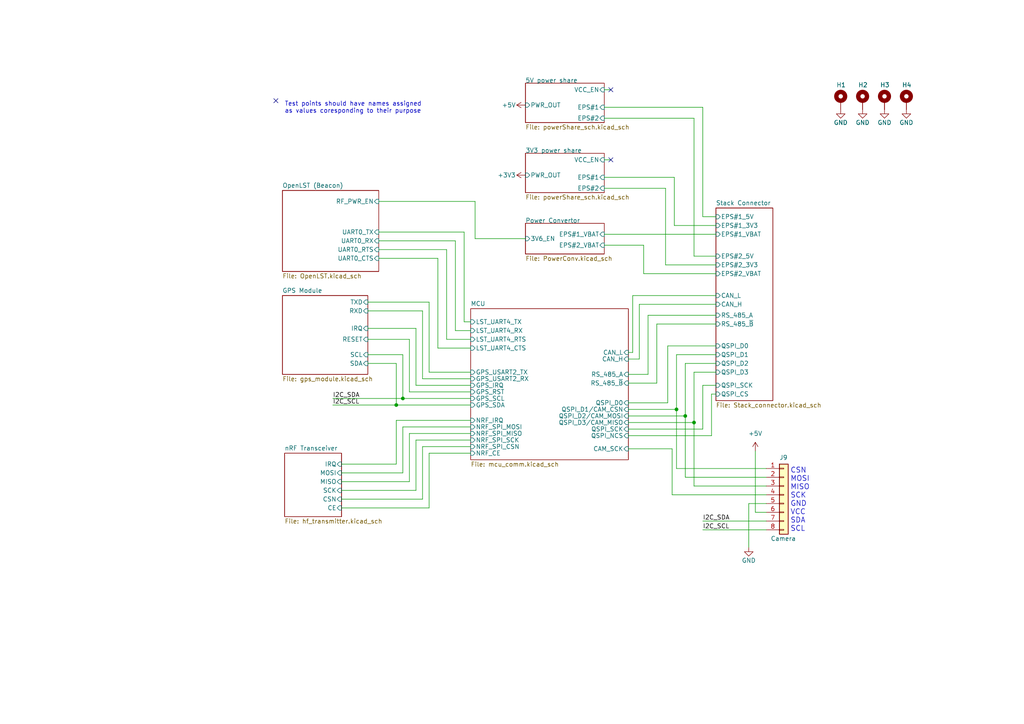
<source format=kicad_sch>
(kicad_sch (version 20211123) (generator eeschema)

  (uuid b0365847-75b4-4551-b23a-00058264c694)

  (paper "A4")

  (title_block
    (title "BUTCube - Communication Module")
    (date "2021-11-18")
    (rev "v0.2")
    (company "VUT - FIT(STRaDe) & FME(IAE & IPE)")
    (comment 1 "Author: Štěpán Rydlo")
  )

  (lib_symbols
    (symbol "Connector_Generic:Conn_01x08" (pin_names (offset 1.016) hide) (in_bom yes) (on_board yes)
      (property "Reference" "J" (id 0) (at 0 10.16 0)
        (effects (font (size 1.27 1.27)))
      )
      (property "Value" "Conn_01x08" (id 1) (at 0 -12.7 0)
        (effects (font (size 1.27 1.27)))
      )
      (property "Footprint" "" (id 2) (at 0 0 0)
        (effects (font (size 1.27 1.27)) hide)
      )
      (property "Datasheet" "~" (id 3) (at 0 0 0)
        (effects (font (size 1.27 1.27)) hide)
      )
      (property "ki_keywords" "connector" (id 4) (at 0 0 0)
        (effects (font (size 1.27 1.27)) hide)
      )
      (property "ki_description" "Generic connector, single row, 01x08, script generated (kicad-library-utils/schlib/autogen/connector/)" (id 5) (at 0 0 0)
        (effects (font (size 1.27 1.27)) hide)
      )
      (property "ki_fp_filters" "Connector*:*_1x??_*" (id 6) (at 0 0 0)
        (effects (font (size 1.27 1.27)) hide)
      )
      (symbol "Conn_01x08_1_1"
        (rectangle (start -1.27 -10.033) (end 0 -10.287)
          (stroke (width 0.1524) (type default) (color 0 0 0 0))
          (fill (type none))
        )
        (rectangle (start -1.27 -7.493) (end 0 -7.747)
          (stroke (width 0.1524) (type default) (color 0 0 0 0))
          (fill (type none))
        )
        (rectangle (start -1.27 -4.953) (end 0 -5.207)
          (stroke (width 0.1524) (type default) (color 0 0 0 0))
          (fill (type none))
        )
        (rectangle (start -1.27 -2.413) (end 0 -2.667)
          (stroke (width 0.1524) (type default) (color 0 0 0 0))
          (fill (type none))
        )
        (rectangle (start -1.27 0.127) (end 0 -0.127)
          (stroke (width 0.1524) (type default) (color 0 0 0 0))
          (fill (type none))
        )
        (rectangle (start -1.27 2.667) (end 0 2.413)
          (stroke (width 0.1524) (type default) (color 0 0 0 0))
          (fill (type none))
        )
        (rectangle (start -1.27 5.207) (end 0 4.953)
          (stroke (width 0.1524) (type default) (color 0 0 0 0))
          (fill (type none))
        )
        (rectangle (start -1.27 7.747) (end 0 7.493)
          (stroke (width 0.1524) (type default) (color 0 0 0 0))
          (fill (type none))
        )
        (rectangle (start -1.27 8.89) (end 1.27 -11.43)
          (stroke (width 0.254) (type default) (color 0 0 0 0))
          (fill (type background))
        )
        (pin passive line (at -5.08 7.62 0) (length 3.81)
          (name "Pin_1" (effects (font (size 1.27 1.27))))
          (number "1" (effects (font (size 1.27 1.27))))
        )
        (pin passive line (at -5.08 5.08 0) (length 3.81)
          (name "Pin_2" (effects (font (size 1.27 1.27))))
          (number "2" (effects (font (size 1.27 1.27))))
        )
        (pin passive line (at -5.08 2.54 0) (length 3.81)
          (name "Pin_3" (effects (font (size 1.27 1.27))))
          (number "3" (effects (font (size 1.27 1.27))))
        )
        (pin passive line (at -5.08 0 0) (length 3.81)
          (name "Pin_4" (effects (font (size 1.27 1.27))))
          (number "4" (effects (font (size 1.27 1.27))))
        )
        (pin passive line (at -5.08 -2.54 0) (length 3.81)
          (name "Pin_5" (effects (font (size 1.27 1.27))))
          (number "5" (effects (font (size 1.27 1.27))))
        )
        (pin passive line (at -5.08 -5.08 0) (length 3.81)
          (name "Pin_6" (effects (font (size 1.27 1.27))))
          (number "6" (effects (font (size 1.27 1.27))))
        )
        (pin passive line (at -5.08 -7.62 0) (length 3.81)
          (name "Pin_7" (effects (font (size 1.27 1.27))))
          (number "7" (effects (font (size 1.27 1.27))))
        )
        (pin passive line (at -5.08 -10.16 0) (length 3.81)
          (name "Pin_8" (effects (font (size 1.27 1.27))))
          (number "8" (effects (font (size 1.27 1.27))))
        )
      )
    )
    (symbol "Mechanical:MountingHole_Pad" (pin_numbers hide) (pin_names (offset 1.016) hide) (in_bom yes) (on_board yes)
      (property "Reference" "H" (id 0) (at 0 6.35 0)
        (effects (font (size 1.27 1.27)))
      )
      (property "Value" "MountingHole_Pad" (id 1) (at 0 4.445 0)
        (effects (font (size 1.27 1.27)))
      )
      (property "Footprint" "" (id 2) (at 0 0 0)
        (effects (font (size 1.27 1.27)) hide)
      )
      (property "Datasheet" "~" (id 3) (at 0 0 0)
        (effects (font (size 1.27 1.27)) hide)
      )
      (property "ki_keywords" "mounting hole" (id 4) (at 0 0 0)
        (effects (font (size 1.27 1.27)) hide)
      )
      (property "ki_description" "Mounting Hole with connection" (id 5) (at 0 0 0)
        (effects (font (size 1.27 1.27)) hide)
      )
      (property "ki_fp_filters" "MountingHole*Pad*" (id 6) (at 0 0 0)
        (effects (font (size 1.27 1.27)) hide)
      )
      (symbol "MountingHole_Pad_0_1"
        (circle (center 0 1.27) (radius 1.27)
          (stroke (width 1.27) (type default) (color 0 0 0 0))
          (fill (type none))
        )
      )
      (symbol "MountingHole_Pad_1_1"
        (pin input line (at 0 -2.54 90) (length 2.54)
          (name "1" (effects (font (size 1.27 1.27))))
          (number "1" (effects (font (size 1.27 1.27))))
        )
      )
    )
    (symbol "power:+3V3" (power) (pin_names (offset 0)) (in_bom yes) (on_board yes)
      (property "Reference" "#PWR" (id 0) (at 0 -3.81 0)
        (effects (font (size 1.27 1.27)) hide)
      )
      (property "Value" "+3V3" (id 1) (at 0 3.556 0)
        (effects (font (size 1.27 1.27)))
      )
      (property "Footprint" "" (id 2) (at 0 0 0)
        (effects (font (size 1.27 1.27)) hide)
      )
      (property "Datasheet" "" (id 3) (at 0 0 0)
        (effects (font (size 1.27 1.27)) hide)
      )
      (property "ki_keywords" "power-flag" (id 4) (at 0 0 0)
        (effects (font (size 1.27 1.27)) hide)
      )
      (property "ki_description" "Power symbol creates a global label with name \"+3V3\"" (id 5) (at 0 0 0)
        (effects (font (size 1.27 1.27)) hide)
      )
      (symbol "+3V3_0_1"
        (polyline
          (pts
            (xy -0.762 1.27)
            (xy 0 2.54)
          )
          (stroke (width 0) (type default) (color 0 0 0 0))
          (fill (type none))
        )
        (polyline
          (pts
            (xy 0 0)
            (xy 0 2.54)
          )
          (stroke (width 0) (type default) (color 0 0 0 0))
          (fill (type none))
        )
        (polyline
          (pts
            (xy 0 2.54)
            (xy 0.762 1.27)
          )
          (stroke (width 0) (type default) (color 0 0 0 0))
          (fill (type none))
        )
      )
      (symbol "+3V3_1_1"
        (pin power_in line (at 0 0 90) (length 0) hide
          (name "+3V3" (effects (font (size 1.27 1.27))))
          (number "1" (effects (font (size 1.27 1.27))))
        )
      )
    )
    (symbol "power:+5V" (power) (pin_names (offset 0)) (in_bom yes) (on_board yes)
      (property "Reference" "#PWR" (id 0) (at 0 -3.81 0)
        (effects (font (size 1.27 1.27)) hide)
      )
      (property "Value" "+5V" (id 1) (at 0 3.556 0)
        (effects (font (size 1.27 1.27)))
      )
      (property "Footprint" "" (id 2) (at 0 0 0)
        (effects (font (size 1.27 1.27)) hide)
      )
      (property "Datasheet" "" (id 3) (at 0 0 0)
        (effects (font (size 1.27 1.27)) hide)
      )
      (property "ki_keywords" "power-flag" (id 4) (at 0 0 0)
        (effects (font (size 1.27 1.27)) hide)
      )
      (property "ki_description" "Power symbol creates a global label with name \"+5V\"" (id 5) (at 0 0 0)
        (effects (font (size 1.27 1.27)) hide)
      )
      (symbol "+5V_0_1"
        (polyline
          (pts
            (xy -0.762 1.27)
            (xy 0 2.54)
          )
          (stroke (width 0) (type default) (color 0 0 0 0))
          (fill (type none))
        )
        (polyline
          (pts
            (xy 0 0)
            (xy 0 2.54)
          )
          (stroke (width 0) (type default) (color 0 0 0 0))
          (fill (type none))
        )
        (polyline
          (pts
            (xy 0 2.54)
            (xy 0.762 1.27)
          )
          (stroke (width 0) (type default) (color 0 0 0 0))
          (fill (type none))
        )
      )
      (symbol "+5V_1_1"
        (pin power_in line (at 0 0 90) (length 0) hide
          (name "+5V" (effects (font (size 1.27 1.27))))
          (number "1" (effects (font (size 1.27 1.27))))
        )
      )
    )
    (symbol "power:GND" (power) (pin_names (offset 0)) (in_bom yes) (on_board yes)
      (property "Reference" "#PWR" (id 0) (at 0 -6.35 0)
        (effects (font (size 1.27 1.27)) hide)
      )
      (property "Value" "GND" (id 1) (at 0 -3.81 0)
        (effects (font (size 1.27 1.27)))
      )
      (property "Footprint" "" (id 2) (at 0 0 0)
        (effects (font (size 1.27 1.27)) hide)
      )
      (property "Datasheet" "" (id 3) (at 0 0 0)
        (effects (font (size 1.27 1.27)) hide)
      )
      (property "ki_keywords" "power-flag" (id 4) (at 0 0 0)
        (effects (font (size 1.27 1.27)) hide)
      )
      (property "ki_description" "Power symbol creates a global label with name \"GND\" , ground" (id 5) (at 0 0 0)
        (effects (font (size 1.27 1.27)) hide)
      )
      (symbol "GND_0_1"
        (polyline
          (pts
            (xy 0 0)
            (xy 0 -1.27)
            (xy 1.27 -1.27)
            (xy 0 -2.54)
            (xy -1.27 -1.27)
            (xy 0 -1.27)
          )
          (stroke (width 0) (type default) (color 0 0 0 0))
          (fill (type none))
        )
      )
      (symbol "GND_1_1"
        (pin power_in line (at 0 0 270) (length 0) hide
          (name "GND" (effects (font (size 1.27 1.27))))
          (number "1" (effects (font (size 1.27 1.27))))
        )
      )
    )
  )

  (junction (at 198.755 120.65) (diameter 0) (color 0 0 0 0)
    (uuid 50b17ebb-b6ff-4301-b2eb-d76b1ec1b8f3)
  )
  (junction (at 114.935 117.475) (diameter 0) (color 0 0 0 0)
    (uuid b258f332-8f02-458b-bfab-05c86bee27e1)
  )
  (junction (at 196.215 118.745) (diameter 0) (color 0 0 0 0)
    (uuid b74e41dd-f508-4a56-b652-a86b1e5bbf28)
  )
  (junction (at 116.84 115.57) (diameter 0) (color 0 0 0 0)
    (uuid b7a10ced-ba66-49fb-882a-9c57602ff4bb)
  )
  (junction (at 201.295 122.555) (diameter 0) (color 0 0 0 0)
    (uuid ee1099ba-290b-4c74-a490-0688382849b9)
  )

  (no_connect (at 177.165 26.035) (uuid 7e972abc-b5e4-472d-bdf2-6b4a037b5ed8))
  (no_connect (at 177.165 46.355) (uuid e0388f35-d78d-4cd2-8090-2431e4757c80))
  (no_connect (at 80.01 29.21) (uuid e9bcfbc0-d836-4a0d-8574-c59d32b46636))

  (wire (pts (xy 118.745 125.73) (xy 118.745 139.7))
    (stroke (width 0) (type solid) (color 0 0 0 0))
    (uuid 011a88a9-9744-4fd6-b207-a0b1d1b4813c)
  )
  (wire (pts (xy 99.06 139.7) (xy 118.745 139.7))
    (stroke (width 0) (type solid) (color 0 0 0 0))
    (uuid 011a88a9-9744-4fd6-b207-a0b1d1b4813d)
  )
  (wire (pts (xy 136.525 125.73) (xy 118.745 125.73))
    (stroke (width 0) (type solid) (color 0 0 0 0))
    (uuid 011a88a9-9744-4fd6-b207-a0b1d1b4813e)
  )
  (wire (pts (xy 106.68 102.87) (xy 116.84 102.87))
    (stroke (width 0) (type default) (color 0 0 0 0))
    (uuid 0307af29-9986-4534-a9c5-20dedce00450)
  )
  (wire (pts (xy 114.935 105.41) (xy 114.935 117.475))
    (stroke (width 0) (type solid) (color 0 0 0 0))
    (uuid 03f3e314-0df1-47ee-9322-0bf8c1f8bb78)
  )
  (wire (pts (xy 114.935 117.475) (xy 136.525 117.475))
    (stroke (width 0) (type solid) (color 0 0 0 0))
    (uuid 03f3e314-0df1-47ee-9322-0bf8c1f8bb79)
  )
  (wire (pts (xy 109.855 58.42) (xy 137.795 58.42))
    (stroke (width 0) (type solid) (color 0 0 0 0))
    (uuid 119e5295-a85a-4431-93d3-910b4d5d9b25)
  )
  (wire (pts (xy 137.795 69.215) (xy 137.795 58.42))
    (stroke (width 0) (type solid) (color 0 0 0 0))
    (uuid 119e5295-a85a-4431-93d3-910b4d5d9b26)
  )
  (wire (pts (xy 152.4 69.215) (xy 137.795 69.215))
    (stroke (width 0) (type solid) (color 0 0 0 0))
    (uuid 119e5295-a85a-4431-93d3-910b4d5d9b27)
  )
  (wire (pts (xy 183.515 85.725) (xy 183.515 102.235))
    (stroke (width 0) (type default) (color 0 0 0 0))
    (uuid 19ca5c30-51d7-407f-8f6b-5abda8df4b96)
  )
  (wire (pts (xy 207.645 114.3) (xy 206.375 114.3))
    (stroke (width 0) (type solid) (color 0 0 0 0))
    (uuid 1e51b69e-e95b-4803-8634-846cfedd19f2)
  )
  (wire (pts (xy 124.46 87.63) (xy 106.68 87.63))
    (stroke (width 0) (type solid) (color 0 0 0 0))
    (uuid 24ff1e70-fa93-4e3d-bc6c-90bd75dd4dbd)
  )
  (wire (pts (xy 124.46 107.95) (xy 124.46 87.63))
    (stroke (width 0) (type solid) (color 0 0 0 0))
    (uuid 24ff1e70-fa93-4e3d-bc6c-90bd75dd4dbe)
  )
  (wire (pts (xy 136.525 107.95) (xy 124.46 107.95))
    (stroke (width 0) (type solid) (color 0 0 0 0))
    (uuid 24ff1e70-fa93-4e3d-bc6c-90bd75dd4dbf)
  )
  (wire (pts (xy 116.84 115.57) (xy 116.84 102.87))
    (stroke (width 0) (type solid) (color 0 0 0 0))
    (uuid 27196cbf-5d81-46de-9c34-31e8240d1e26)
  )
  (wire (pts (xy 136.525 115.57) (xy 116.84 115.57))
    (stroke (width 0) (type solid) (color 0 0 0 0))
    (uuid 27196cbf-5d81-46de-9c34-31e8240d1e27)
  )
  (wire (pts (xy 109.855 69.85) (xy 132.08 69.85))
    (stroke (width 0) (type solid) (color 0 0 0 0))
    (uuid 27fefa93-155a-45a7-ba25-f32e809ec969)
  )
  (wire (pts (xy 132.08 69.85) (xy 132.08 95.885))
    (stroke (width 0) (type solid) (color 0 0 0 0))
    (uuid 27fefa93-155a-45a7-ba25-f32e809ec96a)
  )
  (wire (pts (xy 132.08 95.885) (xy 136.525 95.885))
    (stroke (width 0) (type solid) (color 0 0 0 0))
    (uuid 27fefa93-155a-45a7-ba25-f32e809ec96b)
  )
  (wire (pts (xy 222.25 148.59) (xy 219.075 148.59))
    (stroke (width 0) (type default) (color 0 0 0 0))
    (uuid 2b5ea786-4a00-46f4-ada7-c862c5013568)
  )
  (wire (pts (xy 222.25 138.43) (xy 198.755 138.43))
    (stroke (width 0) (type default) (color 0 0 0 0))
    (uuid 2bce7c2e-8a01-4225-af34-c23443cfcbf8)
  )
  (wire (pts (xy 109.855 74.93) (xy 127 74.93))
    (stroke (width 0) (type solid) (color 0 0 0 0))
    (uuid 2c4e0d6b-b9fe-43a8-bf65-f8acd4ba16f1)
  )
  (wire (pts (xy 127 74.93) (xy 127 100.965))
    (stroke (width 0) (type solid) (color 0 0 0 0))
    (uuid 2c4e0d6b-b9fe-43a8-bf65-f8acd4ba16f2)
  )
  (wire (pts (xy 127 100.965) (xy 136.525 100.965))
    (stroke (width 0) (type solid) (color 0 0 0 0))
    (uuid 2c4e0d6b-b9fe-43a8-bf65-f8acd4ba16f3)
  )
  (wire (pts (xy 114.935 121.92) (xy 136.525 121.92))
    (stroke (width 0) (type default) (color 0 0 0 0))
    (uuid 2fadf9a1-f8fa-414c-814c-1807e984bcbb)
  )
  (wire (pts (xy 182.245 118.745) (xy 196.215 118.745))
    (stroke (width 0) (type default) (color 0 0 0 0))
    (uuid 3153e937-42d1-48f4-aa7b-ab5a09b52018)
  )
  (wire (pts (xy 203.835 111.76) (xy 207.645 111.76))
    (stroke (width 0) (type solid) (color 0 0 0 0))
    (uuid 3229c0a7-4e4a-4894-9bab-8ba21756b086)
  )
  (wire (pts (xy 203.835 124.46) (xy 203.835 111.76))
    (stroke (width 0) (type solid) (color 0 0 0 0))
    (uuid 3229c0a7-4e4a-4894-9bab-8ba21756b087)
  )
  (wire (pts (xy 190.5 93.98) (xy 207.645 93.98))
    (stroke (width 0) (type solid) (color 0 0 0 0))
    (uuid 3bfdb1ac-54e7-4a65-a7ad-02d4f6f9ce72)
  )
  (wire (pts (xy 190.5 111.125) (xy 190.5 93.98))
    (stroke (width 0) (type solid) (color 0 0 0 0))
    (uuid 3bfdb1ac-54e7-4a65-a7ad-02d4f6f9ce73)
  )
  (wire (pts (xy 201.295 34.29) (xy 175.26 34.29))
    (stroke (width 0) (type solid) (color 0 0 0 0))
    (uuid 523d2adc-9f89-479e-9438-442927bda6e3)
  )
  (wire (pts (xy 201.295 74.295) (xy 201.295 34.29))
    (stroke (width 0) (type solid) (color 0 0 0 0))
    (uuid 523d2adc-9f89-479e-9438-442927bda6e4)
  )
  (wire (pts (xy 114.935 134.62) (xy 114.935 121.92))
    (stroke (width 0) (type default) (color 0 0 0 0))
    (uuid 5555ea5b-9813-4011-82a4-8d6a7a8ab58e)
  )
  (wire (pts (xy 175.26 67.945) (xy 207.645 67.945))
    (stroke (width 0) (type solid) (color 0 0 0 0))
    (uuid 596b2192-9feb-4e0d-8b3d-9cb36b6dd61f)
  )
  (wire (pts (xy 222.25 146.05) (xy 217.17 146.05))
    (stroke (width 0) (type default) (color 0 0 0 0))
    (uuid 5d4a3872-21a9-4bba-ac39-c1ebb44249e1)
  )
  (wire (pts (xy 122.555 129.54) (xy 122.555 144.78))
    (stroke (width 0) (type solid) (color 0 0 0 0))
    (uuid 5e7d2214-c754-498d-9d8e-753be2785ad3)
  )
  (wire (pts (xy 99.06 144.78) (xy 122.555 144.78))
    (stroke (width 0) (type solid) (color 0 0 0 0))
    (uuid 5e7d2214-c754-498d-9d8e-753be2785ad4)
  )
  (wire (pts (xy 136.525 129.54) (xy 122.555 129.54))
    (stroke (width 0) (type solid) (color 0 0 0 0))
    (uuid 5e7d2214-c754-498d-9d8e-753be2785ad5)
  )
  (wire (pts (xy 106.68 90.17) (xy 122.555 90.17))
    (stroke (width 0) (type solid) (color 0 0 0 0))
    (uuid 604a2be0-2ac6-4bac-8404-91b1a61925d0)
  )
  (wire (pts (xy 122.555 90.17) (xy 122.555 109.855))
    (stroke (width 0) (type solid) (color 0 0 0 0))
    (uuid 604a2be0-2ac6-4bac-8404-91b1a61925d1)
  )
  (wire (pts (xy 122.555 109.855) (xy 136.525 109.855))
    (stroke (width 0) (type solid) (color 0 0 0 0))
    (uuid 604a2be0-2ac6-4bac-8404-91b1a61925d2)
  )
  (wire (pts (xy 193.04 54.61) (xy 175.26 54.61))
    (stroke (width 0) (type solid) (color 0 0 0 0))
    (uuid 620f3ec6-899c-4c8c-a5c5-20605c7f0f44)
  )
  (wire (pts (xy 193.04 76.835) (xy 193.04 54.61))
    (stroke (width 0) (type solid) (color 0 0 0 0))
    (uuid 620f3ec6-899c-4c8c-a5c5-20605c7f0f45)
  )
  (wire (pts (xy 207.645 76.835) (xy 193.04 76.835))
    (stroke (width 0) (type solid) (color 0 0 0 0))
    (uuid 620f3ec6-899c-4c8c-a5c5-20605c7f0f46)
  )
  (wire (pts (xy 206.375 114.3) (xy 206.375 126.365))
    (stroke (width 0) (type solid) (color 0 0 0 0))
    (uuid 626db29b-b8f5-4340-8f5a-56eb4fa25e4b)
  )
  (wire (pts (xy 194.945 130.175) (xy 194.945 143.51))
    (stroke (width 0) (type default) (color 0 0 0 0))
    (uuid 634a294c-9524-4c29-a4a4-40c7ab0d9810)
  )
  (wire (pts (xy 182.245 124.46) (xy 203.835 124.46))
    (stroke (width 0) (type default) (color 0 0 0 0))
    (uuid 6607fa26-864b-4717-a706-f3bea0d53a16)
  )
  (wire (pts (xy 201.295 107.95) (xy 201.295 122.555))
    (stroke (width 0) (type solid) (color 0 0 0 0))
    (uuid 6f0729de-8866-47bf-bd4d-747c49d46fb7)
  )
  (wire (pts (xy 182.245 120.65) (xy 198.755 120.65))
    (stroke (width 0) (type default) (color 0 0 0 0))
    (uuid 7160ab2c-a11b-4dfe-bd18-0873d5ebe8ea)
  )
  (wire (pts (xy 120.65 95.25) (xy 106.68 95.25))
    (stroke (width 0) (type solid) (color 0 0 0 0))
    (uuid 729ad21a-4893-4e4a-b8e6-c312fabafa49)
  )
  (wire (pts (xy 120.65 111.76) (xy 120.65 95.25))
    (stroke (width 0) (type solid) (color 0 0 0 0))
    (uuid 729ad21a-4893-4e4a-b8e6-c312fabafa4a)
  )
  (wire (pts (xy 136.525 111.76) (xy 120.65 111.76))
    (stroke (width 0) (type solid) (color 0 0 0 0))
    (uuid 729ad21a-4893-4e4a-b8e6-c312fabafa4b)
  )
  (wire (pts (xy 198.755 138.43) (xy 198.755 120.65))
    (stroke (width 0) (type default) (color 0 0 0 0))
    (uuid 768b12c6-4a3d-4534-87ab-572271df4a49)
  )
  (wire (pts (xy 106.68 98.425) (xy 118.745 98.425))
    (stroke (width 0) (type solid) (color 0 0 0 0))
    (uuid 773b6ee7-5ff4-4dbf-a8da-ef686944ecb8)
  )
  (wire (pts (xy 118.745 98.425) (xy 118.745 113.665))
    (stroke (width 0) (type solid) (color 0 0 0 0))
    (uuid 773b6ee7-5ff4-4dbf-a8da-ef686944ecb9)
  )
  (wire (pts (xy 118.745 113.665) (xy 136.525 113.665))
    (stroke (width 0) (type solid) (color 0 0 0 0))
    (uuid 773b6ee7-5ff4-4dbf-a8da-ef686944ecba)
  )
  (wire (pts (xy 96.52 115.57) (xy 116.84 115.57))
    (stroke (width 0) (type default) (color 0 0 0 0))
    (uuid 7afa486a-0e56-4172-8f24-626e1708aeb0)
  )
  (wire (pts (xy 186.69 71.12) (xy 175.26 71.12))
    (stroke (width 0) (type solid) (color 0 0 0 0))
    (uuid 7b501068-0c00-4ddb-a558-76010e38bc7b)
  )
  (wire (pts (xy 186.69 79.375) (xy 186.69 71.12))
    (stroke (width 0) (type solid) (color 0 0 0 0))
    (uuid 7b501068-0c00-4ddb-a558-76010e38bc7c)
  )
  (wire (pts (xy 207.645 79.375) (xy 186.69 79.375))
    (stroke (width 0) (type solid) (color 0 0 0 0))
    (uuid 7b501068-0c00-4ddb-a558-76010e38bc7d)
  )
  (wire (pts (xy 99.06 142.24) (xy 120.65 142.24))
    (stroke (width 0) (type default) (color 0 0 0 0))
    (uuid 7b83276f-f462-4514-95ff-1223c1639903)
  )
  (wire (pts (xy 196.215 135.89) (xy 196.215 118.745))
    (stroke (width 0) (type default) (color 0 0 0 0))
    (uuid 7dbb5e89-4961-43cf-b5db-189a555b0886)
  )
  (wire (pts (xy 185.42 88.265) (xy 207.645 88.265))
    (stroke (width 0) (type solid) (color 0 0 0 0))
    (uuid 7f1e3549-75cf-4150-b904-bf03cd89dafc)
  )
  (wire (pts (xy 185.42 104.14) (xy 185.42 88.265))
    (stroke (width 0) (type solid) (color 0 0 0 0))
    (uuid 7f1e3549-75cf-4150-b904-bf03cd89dafd)
  )
  (wire (pts (xy 182.245 108.585) (xy 187.96 108.585))
    (stroke (width 0) (type default) (color 0 0 0 0))
    (uuid 7f7b9f75-540d-42c0-bb4c-31a32d065abb)
  )
  (wire (pts (xy 182.245 116.84) (xy 193.675 116.84))
    (stroke (width 0) (type default) (color 0 0 0 0))
    (uuid 8680339f-bb5d-417a-ac35-e5da4a9ef53c)
  )
  (wire (pts (xy 114.935 117.475) (xy 96.52 117.475))
    (stroke (width 0) (type default) (color 0 0 0 0))
    (uuid 8ed82999-bbf5-4735-9368-219af62c12cd)
  )
  (wire (pts (xy 187.96 91.44) (xy 207.645 91.44))
    (stroke (width 0) (type solid) (color 0 0 0 0))
    (uuid 9300f528-e2fb-4fa4-9f23-b694fa418e2d)
  )
  (wire (pts (xy 187.96 108.585) (xy 187.96 91.44))
    (stroke (width 0) (type solid) (color 0 0 0 0))
    (uuid 9300f528-e2fb-4fa4-9f23-b694fa418e2e)
  )
  (wire (pts (xy 217.17 146.05) (xy 217.17 158.75))
    (stroke (width 0) (type default) (color 0 0 0 0))
    (uuid 9ceff1d0-d085-4d91-8214-27915983b2bb)
  )
  (wire (pts (xy 182.245 130.175) (xy 194.945 130.175))
    (stroke (width 0) (type default) (color 0 0 0 0))
    (uuid a335a4b7-e15c-4a20-9a4f-0618266f57c2)
  )
  (wire (pts (xy 177.165 26.035) (xy 175.26 26.035))
    (stroke (width 0) (type solid) (color 0 0 0 0))
    (uuid a84e3f86-a6be-46ba-b435-83fe9ebfbe14)
  )
  (wire (pts (xy 194.945 143.51) (xy 222.25 143.51))
    (stroke (width 0) (type default) (color 0 0 0 0))
    (uuid ac190a3a-6b15-4939-91c5-9ddbc219b6bc)
  )
  (wire (pts (xy 120.65 127.635) (xy 136.525 127.635))
    (stroke (width 0) (type default) (color 0 0 0 0))
    (uuid ac677f01-af64-41d7-b6fa-28593b218a9f)
  )
  (wire (pts (xy 177.165 46.355) (xy 175.26 46.355))
    (stroke (width 0) (type solid) (color 0 0 0 0))
    (uuid ad7c2512-9a9a-4635-9511-22bf0c56aa36)
  )
  (wire (pts (xy 222.25 135.89) (xy 196.215 135.89))
    (stroke (width 0) (type default) (color 0 0 0 0))
    (uuid af870fa7-e283-4eb2-aa90-c2f181e8b09a)
  )
  (wire (pts (xy 182.245 122.555) (xy 201.295 122.555))
    (stroke (width 0) (type default) (color 0 0 0 0))
    (uuid b1cd133d-0d2c-4797-aa77-d786bb1f07ee)
  )
  (wire (pts (xy 182.245 126.365) (xy 206.375 126.365))
    (stroke (width 0) (type default) (color 0 0 0 0))
    (uuid b49308a3-e4b7-44ef-9568-7c07e7ae3b7a)
  )
  (wire (pts (xy 219.075 130.81) (xy 219.075 148.59))
    (stroke (width 0) (type default) (color 0 0 0 0))
    (uuid b5d4c71d-b741-4102-b3c3-01709a5ec798)
  )
  (wire (pts (xy 106.68 105.41) (xy 114.935 105.41))
    (stroke (width 0) (type default) (color 0 0 0 0))
    (uuid b7482f4c-5bd2-4787-9a12-5fde9bdc529a)
  )
  (wire (pts (xy 201.295 140.97) (xy 201.295 122.555))
    (stroke (width 0) (type default) (color 0 0 0 0))
    (uuid bc5a40a5-6d92-4331-9aab-428abce0a9d4)
  )
  (wire (pts (xy 196.215 102.87) (xy 196.215 118.745))
    (stroke (width 0) (type solid) (color 0 0 0 0))
    (uuid c0d704ee-7d4c-4ec6-ad40-0c8f0c4822d0)
  )
  (wire (pts (xy 129.54 72.39) (xy 109.855 72.39))
    (stroke (width 0) (type solid) (color 0 0 0 0))
    (uuid c387e3d0-716f-41bc-b8af-31cacb425d6b)
  )
  (wire (pts (xy 129.54 98.425) (xy 129.54 72.39))
    (stroke (width 0) (type solid) (color 0 0 0 0))
    (uuid c387e3d0-716f-41bc-b8af-31cacb425d6c)
  )
  (wire (pts (xy 136.525 98.425) (xy 129.54 98.425))
    (stroke (width 0) (type solid) (color 0 0 0 0))
    (uuid c387e3d0-716f-41bc-b8af-31cacb425d6d)
  )
  (wire (pts (xy 120.65 127.635) (xy 120.65 142.24))
    (stroke (width 0) (type default) (color 0 0 0 0))
    (uuid c784258b-3e4a-4a7d-9c85-881448061401)
  )
  (wire (pts (xy 203.835 62.865) (xy 207.645 62.865))
    (stroke (width 0) (type solid) (color 0 0 0 0))
    (uuid cbb34dc9-415e-4b82-b195-eaf9cab80c9c)
  )
  (wire (pts (xy 116.84 123.825) (xy 116.84 137.16))
    (stroke (width 0) (type solid) (color 0 0 0 0))
    (uuid ce79c2a4-e3da-476c-b1f0-932a2b5ffd56)
  )
  (wire (pts (xy 99.06 137.16) (xy 116.84 137.16))
    (stroke (width 0) (type solid) (color 0 0 0 0))
    (uuid ce79c2a4-e3da-476c-b1f0-932a2b5ffd57)
  )
  (wire (pts (xy 136.525 123.825) (xy 116.84 123.825))
    (stroke (width 0) (type solid) (color 0 0 0 0))
    (uuid ce79c2a4-e3da-476c-b1f0-932a2b5ffd58)
  )
  (wire (pts (xy 222.25 153.67) (xy 203.835 153.67))
    (stroke (width 0) (type default) (color 0 0 0 0))
    (uuid cfb584c7-2dfe-4051-ac82-daebd36feb4f)
  )
  (wire (pts (xy 182.245 102.235) (xy 183.515 102.235))
    (stroke (width 0) (type default) (color 0 0 0 0))
    (uuid dd9ab887-e874-4882-89da-07a6c20efd79)
  )
  (wire (pts (xy 195.58 51.435) (xy 175.26 51.435))
    (stroke (width 0) (type solid) (color 0 0 0 0))
    (uuid de0cce16-7ffe-48d0-a744-be2528b24064)
  )
  (wire (pts (xy 195.58 65.405) (xy 195.58 51.435))
    (stroke (width 0) (type solid) (color 0 0 0 0))
    (uuid de0cce16-7ffe-48d0-a744-be2528b24065)
  )
  (wire (pts (xy 207.645 65.405) (xy 195.58 65.405))
    (stroke (width 0) (type solid) (color 0 0 0 0))
    (uuid de0cce16-7ffe-48d0-a744-be2528b24066)
  )
  (wire (pts (xy 207.645 102.87) (xy 196.215 102.87))
    (stroke (width 0) (type solid) (color 0 0 0 0))
    (uuid e0481b58-2b73-4702-a5cb-5f04f5773190)
  )
  (wire (pts (xy 207.645 107.95) (xy 201.295 107.95))
    (stroke (width 0) (type solid) (color 0 0 0 0))
    (uuid e0aef600-a5d5-4558-86a6-916223e9d43a)
  )
  (wire (pts (xy 99.06 134.62) (xy 114.935 134.62))
    (stroke (width 0) (type default) (color 0 0 0 0))
    (uuid e417ce78-eb2b-4973-ac18-72890bc68cdc)
  )
  (wire (pts (xy 193.675 100.33) (xy 207.645 100.33))
    (stroke (width 0) (type solid) (color 0 0 0 0))
    (uuid e758f2be-8b19-41d0-94eb-cd21598edccc)
  )
  (wire (pts (xy 193.675 116.84) (xy 193.675 100.33))
    (stroke (width 0) (type solid) (color 0 0 0 0))
    (uuid e758f2be-8b19-41d0-94eb-cd21598edccd)
  )
  (wire (pts (xy 203.835 31.115) (xy 175.26 31.115))
    (stroke (width 0) (type solid) (color 0 0 0 0))
    (uuid e91768f6-08d5-4908-bd21-c231a3135528)
  )
  (wire (pts (xy 203.835 62.865) (xy 203.835 31.115))
    (stroke (width 0) (type solid) (color 0 0 0 0))
    (uuid e91768f6-08d5-4908-bd21-c231a3135529)
  )
  (wire (pts (xy 124.46 131.445) (xy 124.46 147.32))
    (stroke (width 0) (type solid) (color 0 0 0 0))
    (uuid ecadd32c-a6ff-4607-bcf4-bb0ee939f3f6)
  )
  (wire (pts (xy 99.06 147.32) (xy 124.46 147.32))
    (stroke (width 0) (type solid) (color 0 0 0 0))
    (uuid ecadd32c-a6ff-4607-bcf4-bb0ee939f3f7)
  )
  (wire (pts (xy 136.525 131.445) (xy 124.46 131.445))
    (stroke (width 0) (type solid) (color 0 0 0 0))
    (uuid ecadd32c-a6ff-4607-bcf4-bb0ee939f3f8)
  )
  (wire (pts (xy 201.295 74.295) (xy 207.645 74.295))
    (stroke (width 0) (type solid) (color 0 0 0 0))
    (uuid edd5ca1a-ab30-4313-9ddd-b7069f03afe0)
  )
  (wire (pts (xy 222.25 140.97) (xy 201.295 140.97))
    (stroke (width 0) (type default) (color 0 0 0 0))
    (uuid f0c38f7c-5c5a-4481-b506-21ef40ae0a13)
  )
  (wire (pts (xy 134.62 67.31) (xy 109.855 67.31))
    (stroke (width 0) (type solid) (color 0 0 0 0))
    (uuid f140d70a-40de-49b5-a8b8-ebd9531379b0)
  )
  (wire (pts (xy 134.62 93.345) (xy 134.62 67.31))
    (stroke (width 0) (type solid) (color 0 0 0 0))
    (uuid f140d70a-40de-49b5-a8b8-ebd9531379b1)
  )
  (wire (pts (xy 136.525 93.345) (xy 134.62 93.345))
    (stroke (width 0) (type solid) (color 0 0 0 0))
    (uuid f140d70a-40de-49b5-a8b8-ebd9531379b2)
  )
  (wire (pts (xy 198.755 105.41) (xy 207.645 105.41))
    (stroke (width 0) (type solid) (color 0 0 0 0))
    (uuid f2c36559-94b2-45b4-ae0e-27748f7dff8e)
  )
  (wire (pts (xy 198.755 120.65) (xy 198.755 105.41))
    (stroke (width 0) (type solid) (color 0 0 0 0))
    (uuid f2c36559-94b2-45b4-ae0e-27748f7dff8f)
  )
  (wire (pts (xy 203.835 151.13) (xy 222.25 151.13))
    (stroke (width 0) (type default) (color 0 0 0 0))
    (uuid f50e9ac5-e061-457b-9cfe-8d18fd2fd100)
  )
  (wire (pts (xy 182.245 111.125) (xy 190.5 111.125))
    (stroke (width 0) (type default) (color 0 0 0 0))
    (uuid f96395b7-7802-481a-82a4-1382daa8e45b)
  )
  (wire (pts (xy 182.245 104.14) (xy 185.42 104.14))
    (stroke (width 0) (type default) (color 0 0 0 0))
    (uuid feec861b-a0a8-426a-9539-26f3d3930030)
  )
  (wire (pts (xy 183.515 85.725) (xy 207.645 85.725))
    (stroke (width 0) (type solid) (color 0 0 0 0))
    (uuid ffa680a2-d226-43c1-a4d4-7a2d9cef0467)
  )

  (text "Test points should have names assigned\nas values coresponding to their purpose"
    (at 82.55 33.02 0)
    (effects (font (size 1.27 1.27)) (justify left bottom))
    (uuid 46c8c9fa-d5b6-4418-93a2-c36120b23bc7)
  )
  (text "CSN\nMOSI\nMISO\nSCK\nGND\nVCC\nSDA\nSCL" (at 229.235 154.305 0)
    (effects (font (size 1.5 1.5)) (justify left bottom))
    (uuid cd8b86e8-2539-437c-b0cd-b9cd2703ed1b)
  )

  (label "I2C_SCL" (at 96.52 117.475 0)
    (effects (font (size 1.27 1.27)) (justify left bottom))
    (uuid 207f2905-5ca1-4b43-8539-f4687aa1d572)
  )
  (label "I2C_SCL" (at 203.835 153.67 0)
    (effects (font (size 1.27 1.27)) (justify left bottom))
    (uuid 463704cb-501e-4230-aa5c-8c993ee7d28d)
  )
  (label "I2C_SDA" (at 96.52 115.57 0)
    (effects (font (size 1.27 1.27)) (justify left bottom))
    (uuid 5dc89024-04f8-4b2e-8172-585052f51b7e)
  )
  (label "I2C_SDA" (at 203.835 151.13 0)
    (effects (font (size 1.27 1.27)) (justify left bottom))
    (uuid 5e78fcde-3273-4b2a-8cbf-c4703169edf7)
  )

  (symbol (lib_id "power:GND") (at 256.54 31.75 0) (unit 1)
    (in_bom yes) (on_board yes) (fields_autoplaced)
    (uuid 017f429e-cd7c-406c-a4a1-7fe7736ce613)
    (property "Reference" "#PWR04" (id 0) (at 256.54 38.1 0)
      (effects (font (size 1.27 1.27)) hide)
    )
    (property "Value" "GND" (id 1) (at 256.54 35.56 0))
    (property "Footprint" "" (id 2) (at 256.54 31.75 0)
      (effects (font (size 1.27 1.27)) hide)
    )
    (property "Datasheet" "" (id 3) (at 256.54 31.75 0)
      (effects (font (size 1.27 1.27)) hide)
    )
    (pin "1" (uuid ec1b84ce-53f7-456b-9eb8-5850e06a3e20))
  )

  (symbol (lib_id "Mechanical:MountingHole_Pad") (at 243.84 29.21 0) (unit 1)
    (in_bom yes) (on_board yes)
    (uuid 0381fb4d-59d0-4589-bc53-b07b95675866)
    (property "Reference" "H1" (id 0) (at 242.57 24.6379 0)
      (effects (font (size 1.27 1.27)) (justify left))
    )
    (property "Value" "MountingHole_Pad" (id 1) (at 243.84 24.765 0)
      (effects (font (size 1.27 1.27)) hide)
    )
    (property "Footprint" "" (id 2) (at 243.84 29.21 0)
      (effects (font (size 1.27 1.27)) hide)
    )
    (property "Datasheet" "~" (id 3) (at 243.84 29.21 0)
      (effects (font (size 1.27 1.27)) hide)
    )
    (pin "1" (uuid 5c65717e-0df2-486c-9e21-7f4b500dd028))
  )

  (symbol (lib_id "power:GND") (at 262.89 31.75 0) (unit 1)
    (in_bom yes) (on_board yes) (fields_autoplaced)
    (uuid 19cc25fc-16a5-4446-a630-649c943c56e7)
    (property "Reference" "#PWR05" (id 0) (at 262.89 38.1 0)
      (effects (font (size 1.27 1.27)) hide)
    )
    (property "Value" "GND" (id 1) (at 262.89 35.56 0))
    (property "Footprint" "" (id 2) (at 262.89 31.75 0)
      (effects (font (size 1.27 1.27)) hide)
    )
    (property "Datasheet" "" (id 3) (at 262.89 31.75 0)
      (effects (font (size 1.27 1.27)) hide)
    )
    (pin "1" (uuid 4a24e754-4011-4a52-956b-6fa57cc5eec2))
  )

  (symbol (lib_id "Connector_Generic:Conn_01x08") (at 227.33 143.51 0) (unit 1)
    (in_bom yes) (on_board yes)
    (uuid 4e32c2ee-2f32-4c2c-92af-317367d93871)
    (property "Reference" "J9" (id 0) (at 226.06 132.715 0)
      (effects (font (size 1.27 1.27)) (justify left))
    )
    (property "Value" "Camera" (id 1) (at 223.52 156.21 0)
      (effects (font (size 1.27 1.27)) (justify left))
    )
    (property "Footprint" "" (id 2) (at 227.33 143.51 0)
      (effects (font (size 1.27 1.27)) hide)
    )
    (property "Datasheet" "~" (id 3) (at 227.33 143.51 0)
      (effects (font (size 1.27 1.27)) hide)
    )
    (pin "1" (uuid f7e04bbb-0bf0-44ff-bf32-2fb9858c6a0f))
    (pin "2" (uuid 54c29d11-5d9e-455b-b7a9-129dec59850b))
    (pin "3" (uuid 912f2e81-d0f5-49bb-94ef-6ec471ce37a3))
    (pin "4" (uuid 047a16ff-ed48-4ce5-bc74-a3251caed418))
    (pin "5" (uuid bdcdf940-938f-4038-bb7e-892d995fc67d))
    (pin "6" (uuid d6844505-8311-4592-855d-b73aba2b5e51))
    (pin "7" (uuid 19513be3-3510-472c-a28e-e464f7565a17))
    (pin "8" (uuid 48382dac-f8cf-4c59-a7fa-643aa52c6778))
  )

  (symbol (lib_id "power:GND") (at 250.19 31.75 0) (unit 1)
    (in_bom yes) (on_board yes) (fields_autoplaced)
    (uuid 58a7ed85-89c7-4edf-b1b8-05ae64bae94a)
    (property "Reference" "#PWR03" (id 0) (at 250.19 38.1 0)
      (effects (font (size 1.27 1.27)) hide)
    )
    (property "Value" "GND" (id 1) (at 250.19 35.56 0))
    (property "Footprint" "" (id 2) (at 250.19 31.75 0)
      (effects (font (size 1.27 1.27)) hide)
    )
    (property "Datasheet" "" (id 3) (at 250.19 31.75 0)
      (effects (font (size 1.27 1.27)) hide)
    )
    (pin "1" (uuid 5a1759c8-4b92-4af1-8633-d65c62e21708))
  )

  (symbol (lib_id "Mechanical:MountingHole_Pad") (at 256.54 29.21 0) (unit 1)
    (in_bom yes) (on_board yes)
    (uuid 5a09aeca-f192-4b56-9995-31939ba9dcc1)
    (property "Reference" "H3" (id 0) (at 255.27 24.6379 0)
      (effects (font (size 1.27 1.27)) (justify left))
    )
    (property "Value" "MountingHole_Pad" (id 1) (at 256.54 24.765 0)
      (effects (font (size 1.27 1.27)) hide)
    )
    (property "Footprint" "" (id 2) (at 256.54 29.21 0)
      (effects (font (size 1.27 1.27)) hide)
    )
    (property "Datasheet" "~" (id 3) (at 256.54 29.21 0)
      (effects (font (size 1.27 1.27)) hide)
    )
    (pin "1" (uuid e3669a03-a521-4a43-9583-8906e7dc79f7))
  )

  (symbol (lib_id "power:GND") (at 243.84 31.75 0) (unit 1)
    (in_bom yes) (on_board yes) (fields_autoplaced)
    (uuid 5dfc83ee-ed6a-4a42-a1d1-3142b7ed0571)
    (property "Reference" "#PWR01" (id 0) (at 243.84 38.1 0)
      (effects (font (size 1.27 1.27)) hide)
    )
    (property "Value" "GND" (id 1) (at 243.84 35.56 0))
    (property "Footprint" "" (id 2) (at 243.84 31.75 0)
      (effects (font (size 1.27 1.27)) hide)
    )
    (property "Datasheet" "" (id 3) (at 243.84 31.75 0)
      (effects (font (size 1.27 1.27)) hide)
    )
    (pin "1" (uuid 83bf526a-19ac-4584-8164-932c5326c122))
  )

  (symbol (lib_id "power:+5V") (at 152.4 30.48 90) (unit 1)
    (in_bom yes) (on_board yes)
    (uuid 773a9280-c52d-431e-8da0-28faaf5b90ec)
    (property "Reference" "#PWR0140" (id 0) (at 156.21 30.48 0)
      (effects (font (size 1.27 1.27)) hide)
    )
    (property "Value" "+5V" (id 1) (at 147.574 30.48 90))
    (property "Footprint" "" (id 2) (at 152.4 30.48 0)
      (effects (font (size 1.27 1.27)) hide)
    )
    (property "Datasheet" "" (id 3) (at 152.4 30.48 0)
      (effects (font (size 1.27 1.27)) hide)
    )
    (pin "1" (uuid 47f5475a-42ec-4930-8ffb-6d1b68b7e2c0))
  )

  (symbol (lib_id "Mechanical:MountingHole_Pad") (at 250.19 29.21 0) (unit 1)
    (in_bom yes) (on_board yes)
    (uuid 7c02ee38-e45b-4ffd-9ff3-75be2519ef11)
    (property "Reference" "H2" (id 0) (at 248.92 24.6379 0)
      (effects (font (size 1.27 1.27)) (justify left))
    )
    (property "Value" "MountingHole_Pad" (id 1) (at 250.19 24.765 0)
      (effects (font (size 1.27 1.27)) hide)
    )
    (property "Footprint" "" (id 2) (at 250.19 29.21 0)
      (effects (font (size 1.27 1.27)) hide)
    )
    (property "Datasheet" "~" (id 3) (at 250.19 29.21 0)
      (effects (font (size 1.27 1.27)) hide)
    )
    (pin "1" (uuid 3eb38e0b-717c-41db-bcf1-ffdb9282b265))
  )

  (symbol (lib_id "power:+5V") (at 219.075 130.81 0) (unit 1)
    (in_bom yes) (on_board yes) (fields_autoplaced)
    (uuid 942390d8-ba3b-4a01-bf6b-ecdb55093675)
    (property "Reference" "#PWR0200" (id 0) (at 219.075 134.62 0)
      (effects (font (size 1.27 1.27)) hide)
    )
    (property "Value" "+5V" (id 1) (at 219.075 125.73 0))
    (property "Footprint" "" (id 2) (at 219.075 130.81 0)
      (effects (font (size 1.27 1.27)) hide)
    )
    (property "Datasheet" "" (id 3) (at 219.075 130.81 0)
      (effects (font (size 1.27 1.27)) hide)
    )
    (pin "1" (uuid 8219a8b0-7d12-451d-855e-4cd93920b000))
  )

  (symbol (lib_id "power:GND") (at 217.17 158.75 0) (unit 1)
    (in_bom yes) (on_board yes)
    (uuid 9e99b517-ccc1-4e5e-a9ed-e852d85aa7eb)
    (property "Reference" "#PWR0164" (id 0) (at 217.17 165.1 0)
      (effects (font (size 1.27 1.27)) hide)
    )
    (property "Value" "GND" (id 1) (at 217.17 162.56 0))
    (property "Footprint" "" (id 2) (at 217.17 158.75 0)
      (effects (font (size 1.27 1.27)) hide)
    )
    (property "Datasheet" "" (id 3) (at 217.17 158.75 0)
      (effects (font (size 1.27 1.27)) hide)
    )
    (pin "1" (uuid acc3459e-c06c-4f71-9829-d6b2db2acaf6))
  )

  (symbol (lib_id "Mechanical:MountingHole_Pad") (at 262.89 29.21 0) (unit 1)
    (in_bom yes) (on_board yes)
    (uuid a77c42d5-c673-424c-8d14-fc4144ff5e37)
    (property "Reference" "H4" (id 0) (at 261.62 24.6379 0)
      (effects (font (size 1.27 1.27)) (justify left))
    )
    (property "Value" "MountingHole_Pad" (id 1) (at 262.89 24.765 0)
      (effects (font (size 1.27 1.27)) hide)
    )
    (property "Footprint" "" (id 2) (at 262.89 29.21 0)
      (effects (font (size 1.27 1.27)) hide)
    )
    (property "Datasheet" "~" (id 3) (at 262.89 29.21 0)
      (effects (font (size 1.27 1.27)) hide)
    )
    (pin "1" (uuid fd7f5f0c-acf9-4d51-8888-bb623fbecd45))
  )

  (symbol (lib_id "power:+3V3") (at 152.4 50.8 90) (unit 1)
    (in_bom yes) (on_board yes)
    (uuid ae2ea8bd-aebb-4954-9d6b-93648cea404c)
    (property "Reference" "#PWR0145" (id 0) (at 156.21 50.8 0)
      (effects (font (size 1.27 1.27)) hide)
    )
    (property "Value" "+3V3" (id 1) (at 146.939 50.8 90))
    (property "Footprint" "" (id 2) (at 152.4 50.8 0)
      (effects (font (size 1.27 1.27)) hide)
    )
    (property "Datasheet" "" (id 3) (at 152.4 50.8 0)
      (effects (font (size 1.27 1.27)) hide)
    )
    (pin "1" (uuid 2afdf02f-261d-4746-b276-9dfdb77883c6))
  )

  (sheet (at 81.915 85.725) (size 24.765 22.86) (fields_autoplaced)
    (stroke (width 0.1524) (type solid) (color 0 0 0 0))
    (fill (color 0 0 0 0.0000))
    (uuid 135894dc-6710-4561-8073-567533e9f424)
    (property "Sheet name" "GPS Module" (id 0) (at 81.915 85.0134 0)
      (effects (font (size 1.27 1.27)) (justify left bottom))
    )
    (property "Sheet file" "gps_module.kicad_sch" (id 1) (at 81.915 109.1696 0)
      (effects (font (size 1.27 1.27)) (justify left top))
    )
    (pin "RESET" input (at 106.68 98.425 0)
      (effects (font (size 1.27 1.27)) (justify right))
      (uuid 8e12ec80-1b06-4da7-b391-8217a360d75f)
    )
    (pin "SCL" input (at 106.68 102.87 0)
      (effects (font (size 1.27 1.27)) (justify right))
      (uuid 59396293-f75d-4f4e-884d-9e3c72059d37)
    )
    (pin "SDA" input (at 106.68 105.41 0)
      (effects (font (size 1.27 1.27)) (justify right))
      (uuid 21e6adab-7980-4d17-9d73-93b9afc8aef2)
    )
    (pin "RXD" input (at 106.68 90.17 0)
      (effects (font (size 1.27 1.27)) (justify right))
      (uuid 6d6bf669-9827-43ac-a295-0405a6839992)
    )
    (pin "TXD" input (at 106.68 87.63 0)
      (effects (font (size 1.27 1.27)) (justify right))
      (uuid beaf982b-120c-4ab7-9844-776a4e12ab92)
    )
    (pin "IRQ" input (at 106.68 95.25 0)
      (effects (font (size 1.27 1.27)) (justify right))
      (uuid 3ddc9d6f-6f17-40fd-a902-0fbdba4dc6a0)
    )
  )

  (sheet (at 207.645 60.325) (size 16.51 55.88) (fields_autoplaced)
    (stroke (width 0.1524) (type solid) (color 0 0 0 0))
    (fill (color 0 0 0 0.0000))
    (uuid 3006f49f-d72b-4219-8dea-bda42cf88e84)
    (property "Sheet name" "Stack Connector" (id 0) (at 207.645 59.6134 0)
      (effects (font (size 1.27 1.27)) (justify left bottom))
    )
    (property "Sheet file" "Stack_connector.kicad_sch" (id 1) (at 207.645 116.7896 0)
      (effects (font (size 1.27 1.27)) (justify left top))
    )
    (pin "CAN_H" input (at 207.645 88.265 180)
      (effects (font (size 1.27 1.27)) (justify left))
      (uuid 40b88aca-f462-4f2f-a0bf-d01ccc8111c5)
    )
    (pin "RS_485_A" input (at 207.645 91.44 180)
      (effects (font (size 1.27 1.27)) (justify left))
      (uuid 300bdf4c-b7cf-4ea2-af04-063b3c8157a2)
    )
    (pin "EPS#1_5V" input (at 207.645 62.865 180)
      (effects (font (size 1.27 1.27)) (justify left))
      (uuid deb0a69f-01cc-40ea-bfb5-d5abe6178447)
    )
    (pin "EPS#1_3V3" input (at 207.645 65.405 180)
      (effects (font (size 1.27 1.27)) (justify left))
      (uuid 8f350fe4-cfe6-45ee-8c29-71ccfca1b82b)
    )
    (pin "CAN_L" input (at 207.645 85.725 180)
      (effects (font (size 1.27 1.27)) (justify left))
      (uuid ad3344f8-871b-4951-ae39-e2ccb0cbb099)
    )
    (pin "RS_485_~{B}" input (at 207.645 93.98 180)
      (effects (font (size 1.27 1.27)) (justify left))
      (uuid 1e054749-d55d-4fa9-92e4-fedd8b3be27f)
    )
    (pin "QSPI_SCK" input (at 207.645 111.76 180)
      (effects (font (size 1.27 1.27)) (justify left))
      (uuid cc033afd-5e7c-454e-815a-d4ca057c4abf)
    )
    (pin "EPS#2_3V3" input (at 207.645 76.835 180)
      (effects (font (size 1.27 1.27)) (justify left))
      (uuid bc57d857-eb3c-4468-833f-449ae0fb617b)
    )
    (pin "EPS#2_5V" input (at 207.645 74.295 180)
      (effects (font (size 1.27 1.27)) (justify left))
      (uuid ac8e3b83-abb2-46af-9c45-678c0ef8180d)
    )
    (pin "QSPI_CS" input (at 207.645 114.3 180)
      (effects (font (size 1.27 1.27)) (justify left))
      (uuid 80b1ce93-afff-4793-b748-45fd77f50d88)
    )
    (pin "EPS#1_VBAT" input (at 207.645 67.945 180)
      (effects (font (size 1.27 1.27)) (justify left))
      (uuid 3fbc8490-44bd-4de1-805d-ff3041c2afb2)
    )
    (pin "EPS#2_VBAT" input (at 207.645 79.375 180)
      (effects (font (size 1.27 1.27)) (justify left))
      (uuid ed767c54-7849-4181-8382-dddc22358d1f)
    )
    (pin "QSPI_D1" input (at 207.645 102.87 180)
      (effects (font (size 1.27 1.27)) (justify left))
      (uuid 26dbca21-1616-466e-944b-431f06f98ca8)
    )
    (pin "QSPI_D2" input (at 207.645 105.41 180)
      (effects (font (size 1.27 1.27)) (justify left))
      (uuid bce649f7-6e78-4e36-a9b4-c1aa849501fb)
    )
    (pin "QSPI_D3" input (at 207.645 107.95 180)
      (effects (font (size 1.27 1.27)) (justify left))
      (uuid 95616f80-6d35-4d5a-a8fd-d8bf720b07eb)
    )
    (pin "QSPI_D0" input (at 207.645 100.33 180)
      (effects (font (size 1.27 1.27)) (justify left))
      (uuid 751425fa-fe06-41dc-b08c-64794cd67b04)
    )
  )

  (sheet (at 152.4 44.45) (size 22.86 11.43)
    (stroke (width 0.1524) (type solid) (color 0 0 0 0))
    (fill (color 0 0 0 0.0000))
    (uuid 5d794243-d9db-4c8e-aa14-90dff0141470)
    (property "Sheet name" "3V3 power share" (id 0) (at 152.4 44.3734 0)
      (effects (font (size 1.27 1.27)) (justify left bottom))
    )
    (property "Sheet file" "powerShare_sch.kicad_sch" (id 1) (at 152.4 56.4646 0)
      (effects (font (size 1.27 1.27)) (justify left top))
    )
    (pin "PWR_OUT" input (at 152.4 50.8 180)
      (effects (font (size 1.27 1.27)) (justify left))
      (uuid 01423fb7-9b21-4bf4-aafd-84cc1fac7b69)
    )
    (pin "EPS#1" input (at 175.26 51.435 0)
      (effects (font (size 1.27 1.27)) (justify right))
      (uuid 43f1c930-09ef-4b61-984b-6214b455ed5c)
    )
    (pin "EPS#2" input (at 175.26 54.61 0)
      (effects (font (size 1.27 1.27)) (justify right))
      (uuid 8372af0a-f8aa-4d9a-805a-9ac843537392)
    )
    (pin "VCC_EN" input (at 175.26 46.355 0)
      (effects (font (size 1.27 1.27)) (justify right))
      (uuid 84bc959b-5a2e-4ca8-a8a3-2476b4e54637)
    )
  )

  (sheet (at 136.525 89.535) (size 45.72 43.815) (fields_autoplaced)
    (stroke (width 0.1524) (type solid) (color 0 0 0 0))
    (fill (color 0 0 0 0.0000))
    (uuid 81a5172c-b171-400d-8856-41d6e486bdd1)
    (property "Sheet name" "MCU" (id 0) (at 136.525 88.8234 0)
      (effects (font (size 1.27 1.27)) (justify left bottom))
    )
    (property "Sheet file" "mcu_comm.kicad_sch" (id 1) (at 136.525 133.9346 0)
      (effects (font (size 1.27 1.27)) (justify left top))
    )
    (pin "RS_485_A" input (at 182.245 108.585 0)
      (effects (font (size 1.27 1.27)) (justify right))
      (uuid 88cbbbca-7e08-4972-852b-097e0646cb72)
    )
    (pin "RS_485_~{B}" input (at 182.245 111.125 0)
      (effects (font (size 1.27 1.27)) (justify right))
      (uuid dba2c547-92c9-45c9-bd62-b612841c6ca5)
    )
    (pin "CAN_L" input (at 182.245 102.235 0)
      (effects (font (size 1.27 1.27)) (justify right))
      (uuid 53b369c6-d6cc-4bf3-98d0-99f954de4877)
    )
    (pin "CAN_H" input (at 182.245 104.14 0)
      (effects (font (size 1.27 1.27)) (justify right))
      (uuid 8dcf12b1-4b85-489e-9c1c-6beb2df98843)
    )
    (pin "GPS_RST" input (at 136.525 113.665 180)
      (effects (font (size 1.27 1.27)) (justify left))
      (uuid 616b79c4-c668-4766-ab9d-3cf72fd43fb5)
    )
    (pin "NRF_SPI_CSN" input (at 136.525 129.54 180)
      (effects (font (size 1.27 1.27)) (justify left))
      (uuid a2291784-7d26-4982-8185-cdb17c298b43)
    )
    (pin "NRF_SPI_MISO" input (at 136.525 125.73 180)
      (effects (font (size 1.27 1.27)) (justify left))
      (uuid a9799825-7a17-42eb-8365-27f5327673e1)
    )
    (pin "NRF_SPI_MOSI" input (at 136.525 123.825 180)
      (effects (font (size 1.27 1.27)) (justify left))
      (uuid 2adf386e-fe4e-4116-a58d-d78c02b1b5a9)
    )
    (pin "GPS_SCL" input (at 136.525 115.57 180)
      (effects (font (size 1.27 1.27)) (justify left))
      (uuid 1b077376-3f5f-47b1-9deb-c681bb330bf0)
    )
    (pin "GPS_SDA" input (at 136.525 117.475 180)
      (effects (font (size 1.27 1.27)) (justify left))
      (uuid 8df626e7-f696-422f-89e8-3f0c9d5bd8cb)
    )
    (pin "LST_UART4_RTS" input (at 136.525 98.425 180)
      (effects (font (size 1.27 1.27)) (justify left))
      (uuid 5fb553a6-0b6b-48d1-9bcd-f5ec08d7ca3d)
    )
    (pin "LST_UART4_RX" input (at 136.525 95.885 180)
      (effects (font (size 1.27 1.27)) (justify left))
      (uuid 3978eaa9-3dd0-458f-a488-160d027c4cf4)
    )
    (pin "GPS_USART2_TX" input (at 136.525 107.95 180)
      (effects (font (size 1.27 1.27)) (justify left))
      (uuid 2349252e-0d7e-40cb-b76f-694879d653a3)
    )
    (pin "GPS_USART2_RX" input (at 136.525 109.855 180)
      (effects (font (size 1.27 1.27)) (justify left))
      (uuid 9581af11-59e7-4b1d-aee6-4bab91e91e51)
    )
    (pin "LST_UART4_TX" input (at 136.525 93.345 180)
      (effects (font (size 1.27 1.27)) (justify left))
      (uuid 12175549-580a-4681-b8ca-4d2e10b61f50)
    )
    (pin "LST_UART4_CTS" input (at 136.525 100.965 180)
      (effects (font (size 1.27 1.27)) (justify left))
      (uuid ea9bbe08-ec5a-47fc-9369-eb037e5a4b5a)
    )
    (pin "NRF_CE" input (at 136.525 131.445 180)
      (effects (font (size 1.27 1.27)) (justify left))
      (uuid 2b19d4c0-c777-4823-8b7b-ae60e31bced4)
    )
    (pin "GPS_IRQ" input (at 136.525 111.76 180)
      (effects (font (size 1.27 1.27)) (justify left))
      (uuid 4ec6891a-8e98-4370-93e1-ae28b2777667)
    )
    (pin "QSPI_D2{slash}CAM_MOSI" input (at 182.245 120.65 0)
      (effects (font (size 1.27 1.27)) (justify right))
      (uuid 93609709-bfe7-49ed-beaa-b5afe0628dcc)
    )
    (pin "QSPI_D3{slash}CAM_MISO" input (at 182.245 122.555 0)
      (effects (font (size 1.27 1.27)) (justify right))
      (uuid 4b1d0ceb-b405-49b8-9413-61bbf7aa15db)
    )
    (pin "CAM_SCK" input (at 182.245 130.175 0)
      (effects (font (size 1.27 1.27)) (justify right))
      (uuid 86e4c2ba-08ce-46f6-ac1c-8aad6dc1f95d)
    )
    (pin "NRF_IRQ" input (at 136.525 121.92 180)
      (effects (font (size 1.27 1.27)) (justify left))
      (uuid d0e4f73b-1424-40c8-8a76-ec71d8acdb84)
    )
    (pin "QSPI_NCS" input (at 182.245 126.365 0)
      (effects (font (size 1.27 1.27)) (justify right))
      (uuid 96e47215-8be3-48f6-ac6f-2d53bb780ffc)
    )
    (pin "QSPI_D0" input (at 182.245 116.84 0)
      (effects (font (size 1.27 1.27)) (justify right))
      (uuid ad3104e6-bc75-4b19-8d13-586c58206597)
    )
    (pin "NRF_SPI_SCK" input (at 136.525 127.635 180)
      (effects (font (size 1.27 1.27)) (justify left))
      (uuid eec14b2e-f4ee-43c5-b973-dbc3886e831b)
    )
    (pin "QSPI_D1{slash}CAM_CSN" input (at 182.245 118.745 0)
      (effects (font (size 1.27 1.27)) (justify right))
      (uuid 838f0db6-207c-498a-bca7-4d616684e900)
    )
    (pin "QSPI_SCK" input (at 182.245 124.46 0)
      (effects (font (size 1.27 1.27)) (justify right))
      (uuid b3751700-e0d9-467c-8a9d-19749511261a)
    )
  )

  (sheet (at 81.915 55.245) (size 27.94 23.495) (fields_autoplaced)
    (stroke (width 0.1524) (type solid) (color 0 0 0 0))
    (fill (color 0 0 0 0.0000))
    (uuid 829b2795-9702-4633-a078-e2998d6d9402)
    (property "Sheet name" "OpenLST (Beacon)" (id 0) (at 81.915 54.5334 0)
      (effects (font (size 1.27 1.27)) (justify left bottom))
    )
    (property "Sheet file" "OpenLST.kicad_sch" (id 1) (at 81.915 79.3246 0)
      (effects (font (size 1.27 1.27)) (justify left top))
    )
    (pin "UART0_CTS" input (at 109.855 74.93 0)
      (effects (font (size 1.27 1.27)) (justify right))
      (uuid b2c6d181-9b69-4641-873a-19772c93aa7d)
    )
    (pin "UART0_RTS" input (at 109.855 72.39 0)
      (effects (font (size 1.27 1.27)) (justify right))
      (uuid 70e4a3a4-dfa6-45fe-bea8-63dee5906234)
    )
    (pin "UART0_RX" input (at 109.855 69.85 0)
      (effects (font (size 1.27 1.27)) (justify right))
      (uuid a685fabd-c5d2-4515-9aeb-9b89f284cd24)
    )
    (pin "UART0_TX" input (at 109.855 67.31 0)
      (effects (font (size 1.27 1.27)) (justify right))
      (uuid e017bf96-9934-47c9-babb-547995899573)
    )
    (pin "RF_PWR_EN" input (at 109.855 58.42 0)
      (effects (font (size 1.27 1.27)) (justify right))
      (uuid 0e1c8f9d-1c1e-46cb-bbbd-ca7bbfa6ba52)
    )
  )

  (sheet (at 152.4 24.13) (size 22.86 11.43)
    (stroke (width 0.1524) (type solid) (color 0 0 0 0))
    (fill (color 0 0 0 0.0000))
    (uuid a161eaab-f432-4250-8567-12738a9776f7)
    (property "Sheet name" "5V power share" (id 0) (at 152.4 24.0534 0)
      (effects (font (size 1.27 1.27)) (justify left bottom))
    )
    (property "Sheet file" "powerShare_sch.kicad_sch" (id 1) (at 152.4 36.1446 0)
      (effects (font (size 1.27 1.27)) (justify left top))
    )
    (pin "PWR_OUT" input (at 152.4 30.48 180)
      (effects (font (size 1.27 1.27)) (justify left))
      (uuid 3de61b8a-0df7-495f-97ba-36f0f7fa6d0d)
    )
    (pin "EPS#1" input (at 175.26 31.115 0)
      (effects (font (size 1.27 1.27)) (justify right))
      (uuid 9a884029-3ea1-469b-ac84-1727f3e93beb)
    )
    (pin "EPS#2" input (at 175.26 34.29 0)
      (effects (font (size 1.27 1.27)) (justify right))
      (uuid bfa37046-4b85-4cb8-b742-405a0550d4bc)
    )
    (pin "VCC_EN" input (at 175.26 26.035 0)
      (effects (font (size 1.27 1.27)) (justify right))
      (uuid 2cff9115-96e6-4f0a-a307-51d6f1cba0f2)
    )
  )

  (sheet (at 82.55 131.445) (size 16.51 18.415) (fields_autoplaced)
    (stroke (width 0.1524) (type solid) (color 0 0 0 0))
    (fill (color 0 0 0 0.0000))
    (uuid a345038c-0e2c-4410-9183-a80a047c8766)
    (property "Sheet name" "nRF Transceiver" (id 0) (at 82.55 130.7334 0)
      (effects (font (size 1.27 1.27)) (justify left bottom))
    )
    (property "Sheet file" "hf_transmitter.kicad_sch" (id 1) (at 82.55 150.4446 0)
      (effects (font (size 1.27 1.27)) (justify left top))
    )
    (pin "MOSI" input (at 99.06 137.16 0)
      (effects (font (size 1.27 1.27)) (justify right))
      (uuid f4fc0e49-8096-41f2-9019-0a113a0a0a85)
    )
    (pin "MISO" input (at 99.06 139.7 0)
      (effects (font (size 1.27 1.27)) (justify right))
      (uuid 835c5cfb-b893-4c68-a9a3-e377fe9e93e4)
    )
    (pin "SCK" input (at 99.06 142.24 0)
      (effects (font (size 1.27 1.27)) (justify right))
      (uuid 886bdf07-6351-4e38-9ff9-024f89da6235)
    )
    (pin "CE" input (at 99.06 147.32 0)
      (effects (font (size 1.27 1.27)) (justify right))
      (uuid 8a14f2dd-c967-4218-918d-ef3b4c705d37)
    )
    (pin "IRQ" input (at 99.06 134.62 0)
      (effects (font (size 1.27 1.27)) (justify right))
      (uuid b5f94b19-f8dc-4284-8f0f-7145166f50ee)
    )
    (pin "CSN" input (at 99.06 144.78 0)
      (effects (font (size 1.27 1.27)) (justify right))
      (uuid 1a3f97b3-40a7-488f-a43e-e370196df140)
    )
  )

  (sheet (at 152.4 64.77) (size 22.86 8.89)
    (stroke (width 0.1524) (type solid) (color 0 0 0 0))
    (fill (color 0 0 0 0.0000))
    (uuid d3a682e4-d5b0-4377-8f5c-e0ae4cebf08d)
    (property "Sheet name" "Power Convertor" (id 0) (at 152.4 64.6934 0)
      (effects (font (size 1.27 1.27)) (justify left bottom))
    )
    (property "Sheet file" "PowerConv.kicad_sch" (id 1) (at 152.4 74.2446 0)
      (effects (font (size 1.27 1.27)) (justify left top))
    )
    (pin "EPS#1_VBAT" input (at 175.26 67.945 0)
      (effects (font (size 1.27 1.27)) (justify right))
      (uuid cc7e4b64-239b-470e-b38a-356df02cbfb0)
    )
    (pin "EPS#2_VBAT" input (at 175.26 71.12 0)
      (effects (font (size 1.27 1.27)) (justify right))
      (uuid 28481130-5389-4ff5-b704-538c36197f71)
    )
    (pin "3V6_EN" input (at 152.4 69.215 180)
      (effects (font (size 1.27 1.27)) (justify left))
      (uuid 1fb8eb4a-c830-4c87-9c60-b7edb33cfa61)
    )
  )

  (sheet_instances
    (path "/" (page "1"))
    (path "/829b2795-9702-4633-a078-e2998d6d9402" (page "2"))
    (path "/3006f49f-d72b-4219-8dea-bda42cf88e84" (page "3"))
    (path "/135894dc-6710-4561-8073-567533e9f424" (page "4"))
    (path "/a345038c-0e2c-4410-9183-a80a047c8766" (page "5"))
    (path "/81a5172c-b171-400d-8856-41d6e486bdd1" (page "6"))
    (path "/5d794243-d9db-4c8e-aa14-90dff0141470" (page "10"))
    (path "/d3a682e4-d5b0-4377-8f5c-e0ae4cebf08d" (page "11"))
    (path "/d3a682e4-d5b0-4377-8f5c-e0ae4cebf08d/267a91a1-f60f-4e4e-a455-eed28f022043" (page "12"))
    (path "/a161eaab-f432-4250-8567-12738a9776f7" (page "13"))
  )

  (symbol_instances
    (path "/829b2795-9702-4633-a078-e2998d6d9402/b6ea891c-522e-44c5-925f-c1883c932dd0"
      (reference "#FLG01") (unit 1) (value "PWR_FLAG") (footprint "")
    )
    (path "/81a5172c-b171-400d-8856-41d6e486bdd1/fc8c7137-3061-4a32-b18d-191f7746b5b2"
      (reference "#FLG07") (unit 1) (value "PWR_FLAG") (footprint "")
    )
    (path "/81a5172c-b171-400d-8856-41d6e486bdd1/f2489571-2a7a-4aee-96e7-e4a51951cae4"
      (reference "#FLG0101") (unit 1) (value "PWR_FLAG") (footprint "")
    )
    (path "/5d794243-d9db-4c8e-aa14-90dff0141470/9e489abf-02a5-4f2c-b016-3c37c8428006"
      (reference "#FLG0102") (unit 1) (value "~") (footprint "")
    )
    (path "/81a5172c-b171-400d-8856-41d6e486bdd1/473eea80-58a2-43c1-b325-8ab1e0d6817b"
      (reference "#FLG0103") (unit 1) (value "PWR_FLAG") (footprint "")
    )
    (path "/5d794243-d9db-4c8e-aa14-90dff0141470/71b2073a-7077-427a-8045-1bf51c525599"
      (reference "#FLG0104") (unit 1) (value "PWR_FLAG") (footprint "")
    )
    (path "/5d794243-d9db-4c8e-aa14-90dff0141470/c6054f26-cf31-40c9-8cfb-713768c32b4a"
      (reference "#FLG0105") (unit 1) (value "~") (footprint "")
    )
    (path "/d3a682e4-d5b0-4377-8f5c-e0ae4cebf08d/4ee37817-841f-4d1f-84ee-43ece8213a6f"
      (reference "#FLG0106") (unit 1) (value "PWR_FLAG") (footprint "")
    )
    (path "/d3a682e4-d5b0-4377-8f5c-e0ae4cebf08d/267a91a1-f60f-4e4e-a455-eed28f022043/9e489abf-02a5-4f2c-b016-3c37c8428006"
      (reference "#FLG0107") (unit 1) (value "~") (footprint "")
    )
    (path "/d3a682e4-d5b0-4377-8f5c-e0ae4cebf08d/267a91a1-f60f-4e4e-a455-eed28f022043/71b2073a-7077-427a-8045-1bf51c525599"
      (reference "#FLG0108") (unit 1) (value "PWR_FLAG") (footprint "")
    )
    (path "/d3a682e4-d5b0-4377-8f5c-e0ae4cebf08d/267a91a1-f60f-4e4e-a455-eed28f022043/c6054f26-cf31-40c9-8cfb-713768c32b4a"
      (reference "#FLG0109") (unit 1) (value "~") (footprint "")
    )
    (path "/a161eaab-f432-4250-8567-12738a9776f7/9e489abf-02a5-4f2c-b016-3c37c8428006"
      (reference "#FLG0110") (unit 1) (value "~") (footprint "")
    )
    (path "/a161eaab-f432-4250-8567-12738a9776f7/71b2073a-7077-427a-8045-1bf51c525599"
      (reference "#FLG0111") (unit 1) (value "PWR_FLAG") (footprint "")
    )
    (path "/a161eaab-f432-4250-8567-12738a9776f7/c6054f26-cf31-40c9-8cfb-713768c32b4a"
      (reference "#FLG0112") (unit 1) (value "~") (footprint "")
    )
    (path "/829b2795-9702-4633-a078-e2998d6d9402/e735ee5a-9edd-4053-b5e9-a09c1c79b0e6"
      (reference "#FLG0113") (unit 1) (value "PWR_FLAG") (footprint "")
    )
    (path "/5dfc83ee-ed6a-4a42-a1d1-3142b7ed0571"
      (reference "#PWR01") (unit 1) (value "GND") (footprint "")
    )
    (path "/829b2795-9702-4633-a078-e2998d6d9402/4e8efcd3-f4c4-4c0a-ae08-1f07644c6943"
      (reference "#PWR02") (unit 1) (value "GND") (footprint "")
    )
    (path "/58a7ed85-89c7-4edf-b1b8-05ae64bae94a"
      (reference "#PWR03") (unit 1) (value "GND") (footprint "")
    )
    (path "/017f429e-cd7c-406c-a4a1-7fe7736ce613"
      (reference "#PWR04") (unit 1) (value "GND") (footprint "")
    )
    (path "/19cc25fc-16a5-4446-a630-649c943c56e7"
      (reference "#PWR05") (unit 1) (value "GND") (footprint "")
    )
    (path "/135894dc-6710-4561-8073-567533e9f424/2145b9b8-5c32-4d79-8adf-320558e14f80"
      (reference "#PWR012") (unit 1) (value "GND") (footprint "")
    )
    (path "/3006f49f-d72b-4219-8dea-bda42cf88e84/33321891-4989-49c4-9d4f-783e71a924db"
      (reference "#PWR096") (unit 1) (value "GND") (footprint "")
    )
    (path "/3006f49f-d72b-4219-8dea-bda42cf88e84/4eccaec0-e5a6-4b14-ad5b-878ef640942c"
      (reference "#PWR097") (unit 1) (value "GND") (footprint "")
    )
    (path "/3006f49f-d72b-4219-8dea-bda42cf88e84/50fd1489-5d05-49a2-b688-bd7294eb51c9"
      (reference "#PWR098") (unit 1) (value "GND") (footprint "")
    )
    (path "/3006f49f-d72b-4219-8dea-bda42cf88e84/19a01539-82c1-4274-9f16-40b7dbe72f98"
      (reference "#PWR099") (unit 1) (value "GND") (footprint "")
    )
    (path "/3006f49f-d72b-4219-8dea-bda42cf88e84/acdaafeb-2007-4e75-a65f-938e5632f3c5"
      (reference "#PWR0100") (unit 1) (value "GND") (footprint "")
    )
    (path "/3006f49f-d72b-4219-8dea-bda42cf88e84/4758c7ae-5320-47ee-98f7-5212f39e8ce7"
      (reference "#PWR0101") (unit 1) (value "GND") (footprint "")
    )
    (path "/3006f49f-d72b-4219-8dea-bda42cf88e84/dec30d13-ba25-4850-ad57-cc6722a9925a"
      (reference "#PWR0102") (unit 1) (value "GND") (footprint "")
    )
    (path "/3006f49f-d72b-4219-8dea-bda42cf88e84/9c764d20-65f3-4406-bd29-9894c9ffd4fe"
      (reference "#PWR0103") (unit 1) (value "GND") (footprint "")
    )
    (path "/829b2795-9702-4633-a078-e2998d6d9402/b7db36a5-0aca-4f64-9298-5bbf38fc04b3"
      (reference "#PWR0104") (unit 1) (value "GND") (footprint "")
    )
    (path "/135894dc-6710-4561-8073-567533e9f424/0df7011d-9ffd-442d-96bf-e933d0cb9865"
      (reference "#PWR0105") (unit 1) (value "GND") (footprint "")
    )
    (path "/829b2795-9702-4633-a078-e2998d6d9402/a2281d32-c23d-4aea-9d51-bfde5cc19d2f"
      (reference "#PWR0106") (unit 1) (value "+3V3") (footprint "")
    )
    (path "/829b2795-9702-4633-a078-e2998d6d9402/b7987cf5-9e3b-462d-934a-2a0f6a55fac6"
      (reference "#PWR0107") (unit 1) (value "+3V3") (footprint "")
    )
    (path "/135894dc-6710-4561-8073-567533e9f424/b42e3e51-4895-4f50-b2c8-586f6f566925"
      (reference "#PWR0108") (unit 1) (value "GND") (footprint "")
    )
    (path "/a345038c-0e2c-4410-9183-a80a047c8766/924fc6a7-3986-4a7b-8bde-ec57e11f2a9e"
      (reference "#PWR0109") (unit 1) (value "GND") (footprint "")
    )
    (path "/a345038c-0e2c-4410-9183-a80a047c8766/e8a68ba2-0298-4b32-8af1-f23966f22bb9"
      (reference "#PWR0110") (unit 1) (value "GND") (footprint "")
    )
    (path "/829b2795-9702-4633-a078-e2998d6d9402/55c0ea32-f66c-49b9-934c-56a9f57dcd49"
      (reference "#PWR0111") (unit 1) (value "+3V3") (footprint "")
    )
    (path "/829b2795-9702-4633-a078-e2998d6d9402/4bd51752-f9ac-48db-92c8-2783d7cba1c4"
      (reference "#PWR0112") (unit 1) (value "+3V3") (footprint "")
    )
    (path "/a345038c-0e2c-4410-9183-a80a047c8766/37c8d637-7fa1-4b5a-b39d-ee95b2f50031"
      (reference "#PWR0113") (unit 1) (value "GND") (footprint "")
    )
    (path "/829b2795-9702-4633-a078-e2998d6d9402/69d47189-c3dc-4efa-9634-e0d2de0a46ed"
      (reference "#PWR0114") (unit 1) (value "+3V3") (footprint "")
    )
    (path "/a345038c-0e2c-4410-9183-a80a047c8766/9edac9fc-95e3-4fbe-bc87-d1f25cc28255"
      (reference "#PWR0115") (unit 1) (value "GND") (footprint "")
    )
    (path "/81a5172c-b171-400d-8856-41d6e486bdd1/4a039799-f170-4b8b-9904-82da89c16c1c"
      (reference "#PWR0116") (unit 1) (value "GND") (footprint "")
    )
    (path "/81a5172c-b171-400d-8856-41d6e486bdd1/a9e07b7a-1d89-4682-aec0-904d496897fd"
      (reference "#PWR0117") (unit 1) (value "GND") (footprint "")
    )
    (path "/81a5172c-b171-400d-8856-41d6e486bdd1/89c9f17e-da76-40e3-9487-7b3509c300b4"
      (reference "#PWR0118") (unit 1) (value "GND") (footprint "")
    )
    (path "/81a5172c-b171-400d-8856-41d6e486bdd1/5ef7c0e1-2b25-4390-af2d-2b940ee1e5e2"
      (reference "#PWR0119") (unit 1) (value "GND") (footprint "")
    )
    (path "/81a5172c-b171-400d-8856-41d6e486bdd1/67db7f9e-eecf-478b-a98f-6b0ec2815bea"
      (reference "#PWR0120") (unit 1) (value "GND") (footprint "")
    )
    (path "/81a5172c-b171-400d-8856-41d6e486bdd1/a53256e0-b84b-4b58-9f4c-a17cf94b67ab"
      (reference "#PWR0121") (unit 1) (value "GND") (footprint "")
    )
    (path "/81a5172c-b171-400d-8856-41d6e486bdd1/bb25ca97-1f69-4eba-86a2-c6a6078e6290"
      (reference "#PWR0122") (unit 1) (value "GND") (footprint "")
    )
    (path "/81a5172c-b171-400d-8856-41d6e486bdd1/486d9dc2-94d8-4974-9ef4-ab12022fabeb"
      (reference "#PWR0123") (unit 1) (value "GND") (footprint "")
    )
    (path "/81a5172c-b171-400d-8856-41d6e486bdd1/a735bc6d-b4cc-4ef3-86a7-f6b02008df25"
      (reference "#PWR0124") (unit 1) (value "GND") (footprint "")
    )
    (path "/81a5172c-b171-400d-8856-41d6e486bdd1/155262b0-a2cb-4e09-861a-486b276a9f49"
      (reference "#PWR0125") (unit 1) (value "GND") (footprint "")
    )
    (path "/81a5172c-b171-400d-8856-41d6e486bdd1/654d2648-5b73-46d2-b3a8-f89598775795"
      (reference "#PWR0126") (unit 1) (value "GND") (footprint "")
    )
    (path "/81a5172c-b171-400d-8856-41d6e486bdd1/36166563-f02e-4648-9f7d-e084aafecde6"
      (reference "#PWR0127") (unit 1) (value "GND") (footprint "")
    )
    (path "/81a5172c-b171-400d-8856-41d6e486bdd1/19a55cc6-50db-4868-a321-95aaf9b01c90"
      (reference "#PWR0128") (unit 1) (value "GND") (footprint "")
    )
    (path "/81a5172c-b171-400d-8856-41d6e486bdd1/69369a7d-ffb0-4e15-99ae-f8f6001d5c39"
      (reference "#PWR0129") (unit 1) (value "GND") (footprint "")
    )
    (path "/81a5172c-b171-400d-8856-41d6e486bdd1/78c5aadf-0d16-4157-83ed-29f725e0ef7b"
      (reference "#PWR0130") (unit 1) (value "GND") (footprint "")
    )
    (path "/81a5172c-b171-400d-8856-41d6e486bdd1/4e13ecec-29d8-4b22-b42e-778c59967636"
      (reference "#PWR0131") (unit 1) (value "GND") (footprint "")
    )
    (path "/81a5172c-b171-400d-8856-41d6e486bdd1/acb14221-22bc-4bc7-afc9-fd3dfb149ed0"
      (reference "#PWR0132") (unit 1) (value "GND") (footprint "")
    )
    (path "/81a5172c-b171-400d-8856-41d6e486bdd1/f04cb935-a9b6-4604-aaa5-5e1c3e599696"
      (reference "#PWR0133") (unit 1) (value "GND") (footprint "")
    )
    (path "/81a5172c-b171-400d-8856-41d6e486bdd1/5155a682-4f3b-4231-9a08-7527cbda6595"
      (reference "#PWR0134") (unit 1) (value "GND") (footprint "")
    )
    (path "/81a5172c-b171-400d-8856-41d6e486bdd1/18848cf9-5014-416d-b4ae-fe503b2a93ad"
      (reference "#PWR0135") (unit 1) (value "GND") (footprint "")
    )
    (path "/135894dc-6710-4561-8073-567533e9f424/05ae919a-077d-4ffb-832c-e1f8a90810f5"
      (reference "#PWR0136") (unit 1) (value "+3V3") (footprint "")
    )
    (path "/81a5172c-b171-400d-8856-41d6e486bdd1/835e69bd-a184-48a6-b278-0ade5d03e10a"
      (reference "#PWR0137") (unit 1) (value "GND") (footprint "")
    )
    (path "/81a5172c-b171-400d-8856-41d6e486bdd1/c3b9a697-2a0e-4c05-b0b2-44c99ccd641f"
      (reference "#PWR0138") (unit 1) (value "GND") (footprint "")
    )
    (path "/81a5172c-b171-400d-8856-41d6e486bdd1/55dab14d-0236-4acf-82f2-030967996826"
      (reference "#PWR0139") (unit 1) (value "GND") (footprint "")
    )
    (path "/773a9280-c52d-431e-8da0-28faaf5b90ec"
      (reference "#PWR0140") (unit 1) (value "+5V") (footprint "")
    )
    (path "/81a5172c-b171-400d-8856-41d6e486bdd1/41e4238d-a8a2-4e95-be0f-929875a871e2"
      (reference "#PWR0141") (unit 1) (value "GND") (footprint "")
    )
    (path "/829b2795-9702-4633-a078-e2998d6d9402/a9ab2da7-8d3d-4c95-b8f9-f6429e4ca278"
      (reference "#PWR0142") (unit 1) (value "+5V") (footprint "")
    )
    (path "/a345038c-0e2c-4410-9183-a80a047c8766/9c92da89-7420-4dc0-ba14-b8fa2c2944a3"
      (reference "#PWR0143") (unit 1) (value "GND") (footprint "")
    )
    (path "/829b2795-9702-4633-a078-e2998d6d9402/3858e1be-79c9-4281-b93a-96ae96ba610e"
      (reference "#PWR0144") (unit 1) (value "+3V8") (footprint "")
    )
    (path "/ae2ea8bd-aebb-4954-9d6b-93648cea404c"
      (reference "#PWR0145") (unit 1) (value "+3V3") (footprint "")
    )
    (path "/829b2795-9702-4633-a078-e2998d6d9402/1a33722c-d1d9-4cbb-8f73-e1e9f0b84785"
      (reference "#PWR0146") (unit 1) (value "+3V3") (footprint "")
    )
    (path "/829b2795-9702-4633-a078-e2998d6d9402/15b92693-8574-4259-9d7f-2f430a99c8f2"
      (reference "#PWR0147") (unit 1) (value "+3V3") (footprint "")
    )
    (path "/829b2795-9702-4633-a078-e2998d6d9402/185dc25e-d6ce-4acc-8577-a5b4adaf9d3b"
      (reference "#PWR0148") (unit 1) (value "+3V3") (footprint "")
    )
    (path "/135894dc-6710-4561-8073-567533e9f424/d2ea0b16-bb18-468d-b2b3-f305bf0b82ca"
      (reference "#PWR0149") (unit 1) (value "GND") (footprint "")
    )
    (path "/135894dc-6710-4561-8073-567533e9f424/47fbaae5-a34c-4d0c-961b-7fcc519525cd"
      (reference "#PWR0150") (unit 1) (value "GND") (footprint "")
    )
    (path "/135894dc-6710-4561-8073-567533e9f424/093298b7-f365-4672-b9bd-53db1775a9c1"
      (reference "#PWR0151") (unit 1) (value "GND") (footprint "")
    )
    (path "/135894dc-6710-4561-8073-567533e9f424/a24613b9-960d-44de-a20f-cb6336f3df7f"
      (reference "#PWR0152") (unit 1) (value "+3V3") (footprint "")
    )
    (path "/a345038c-0e2c-4410-9183-a80a047c8766/298737ac-50ba-4463-ba8d-cf75c4ee2114"
      (reference "#PWR0153") (unit 1) (value "+3V3") (footprint "")
    )
    (path "/a345038c-0e2c-4410-9183-a80a047c8766/373d4bf4-e6a7-4c3b-8d6c-ebdcf158bea4"
      (reference "#PWR0154") (unit 1) (value "GND") (footprint "")
    )
    (path "/a345038c-0e2c-4410-9183-a80a047c8766/ddaaca7b-e77d-4459-93ec-cad88fd1e7a2"
      (reference "#PWR0155") (unit 1) (value "GND") (footprint "")
    )
    (path "/a345038c-0e2c-4410-9183-a80a047c8766/23b4f57f-8df7-4954-9d8c-31b0ee1de120"
      (reference "#PWR0156") (unit 1) (value "GND") (footprint "")
    )
    (path "/81a5172c-b171-400d-8856-41d6e486bdd1/16db8e9e-347a-44c9-836c-e75de6ddf45c"
      (reference "#PWR0157") (unit 1) (value "+3V3") (footprint "")
    )
    (path "/5d794243-d9db-4c8e-aa14-90dff0141470/53e26ade-bd9c-4446-97fa-2670d06dcf2a"
      (reference "#PWR0158") (unit 1) (value "GND") (footprint "")
    )
    (path "/5d794243-d9db-4c8e-aa14-90dff0141470/dec39de5-aafc-441f-a04c-fb269706ed95"
      (reference "#PWR0159") (unit 1) (value "GND") (footprint "")
    )
    (path "/5d794243-d9db-4c8e-aa14-90dff0141470/92aa3ac5-461e-4a43-803d-9ee73ccf5438"
      (reference "#PWR0160") (unit 1) (value "GND") (footprint "")
    )
    (path "/d3a682e4-d5b0-4377-8f5c-e0ae4cebf08d/ca1fe8b2-3797-4014-aae5-ad33d06c419a"
      (reference "#PWR0161") (unit 1) (value "GND") (footprint "")
    )
    (path "/d3a682e4-d5b0-4377-8f5c-e0ae4cebf08d/8f4ac298-3e2d-469f-beb0-704422a013c1"
      (reference "#PWR0162") (unit 1) (value "GND") (footprint "")
    )
    (path "/d3a682e4-d5b0-4377-8f5c-e0ae4cebf08d/677844b0-7849-41a7-bbb5-70a5b0428003"
      (reference "#PWR0163") (unit 1) (value "+5V") (footprint "")
    )
    (path "/9e99b517-ccc1-4e5e-a9ed-e852d85aa7eb"
      (reference "#PWR0164") (unit 1) (value "GND") (footprint "")
    )
    (path "/d3a682e4-d5b0-4377-8f5c-e0ae4cebf08d/6f4e5c80-9a62-481f-8cac-8902784bc0ee"
      (reference "#PWR0165") (unit 1) (value "GND") (footprint "")
    )
    (path "/d3a682e4-d5b0-4377-8f5c-e0ae4cebf08d/34f1d719-3b71-4151-8ccf-e8f6c48b5690"
      (reference "#PWR0166") (unit 1) (value "GND") (footprint "")
    )
    (path "/829b2795-9702-4633-a078-e2998d6d9402/4b567cb9-a26b-4136-b73b-938ffea0ef17"
      (reference "#PWR0167") (unit 1) (value "GND") (footprint "")
    )
    (path "/829b2795-9702-4633-a078-e2998d6d9402/fbd236a1-75f5-4492-b049-7ce64e29dacc"
      (reference "#PWR0168") (unit 1) (value "GND") (footprint "")
    )
    (path "/829b2795-9702-4633-a078-e2998d6d9402/21dc2b58-5094-4611-be30-5f6a962bdb41"
      (reference "#PWR0169") (unit 1) (value "GND") (footprint "")
    )
    (path "/829b2795-9702-4633-a078-e2998d6d9402/162b1b45-9d4b-4efa-b155-78dc48c6d284"
      (reference "#PWR0170") (unit 1) (value "GND") (footprint "")
    )
    (path "/829b2795-9702-4633-a078-e2998d6d9402/2ad3b5e6-2ae8-418b-89e7-511427153c53"
      (reference "#PWR0171") (unit 1) (value "GND") (footprint "")
    )
    (path "/829b2795-9702-4633-a078-e2998d6d9402/9bd1d81f-07b6-4fbe-a3cb-0cdcc8e17c5a"
      (reference "#PWR0172") (unit 1) (value "GND") (footprint "")
    )
    (path "/d3a682e4-d5b0-4377-8f5c-e0ae4cebf08d/7123825f-3c28-402e-ba4e-6a91ab86254b"
      (reference "#PWR0173") (unit 1) (value "GND") (footprint "")
    )
    (path "/829b2795-9702-4633-a078-e2998d6d9402/c7249b28-ec82-4640-8f5e-2c99cd4e3670"
      (reference "#PWR0174") (unit 1) (value "GND") (footprint "")
    )
    (path "/829b2795-9702-4633-a078-e2998d6d9402/d9ca69bf-ab32-43af-961e-8f55cfe009b7"
      (reference "#PWR0175") (unit 1) (value "GND") (footprint "")
    )
    (path "/829b2795-9702-4633-a078-e2998d6d9402/1db54eb0-7586-4bec-87b2-0473469d8809"
      (reference "#PWR0176") (unit 1) (value "GND") (footprint "")
    )
    (path "/829b2795-9702-4633-a078-e2998d6d9402/a27fa3b3-50cf-4839-9fcd-92d48439778d"
      (reference "#PWR0177") (unit 1) (value "GND") (footprint "")
    )
    (path "/829b2795-9702-4633-a078-e2998d6d9402/b1ad3e41-3665-49c3-a833-b39af3291ac4"
      (reference "#PWR0178") (unit 1) (value "GND") (footprint "")
    )
    (path "/829b2795-9702-4633-a078-e2998d6d9402/020dcb96-3024-4c85-bafa-65b1124087b3"
      (reference "#PWR0179") (unit 1) (value "GND") (footprint "")
    )
    (path "/829b2795-9702-4633-a078-e2998d6d9402/fa857657-d820-4c50-a8a1-5efecd64f9d6"
      (reference "#PWR0180") (unit 1) (value "GND") (footprint "")
    )
    (path "/829b2795-9702-4633-a078-e2998d6d9402/72c7ed47-e641-4f96-889c-e931822e0a4b"
      (reference "#PWR0181") (unit 1) (value "GND") (footprint "")
    )
    (path "/829b2795-9702-4633-a078-e2998d6d9402/2288a046-f79a-44c5-9e8f-0016a0fce0f7"
      (reference "#PWR0182") (unit 1) (value "GND") (footprint "")
    )
    (path "/829b2795-9702-4633-a078-e2998d6d9402/e06b50b9-4b8b-4479-baf6-3f043227038f"
      (reference "#PWR0183") (unit 1) (value "GND") (footprint "")
    )
    (path "/829b2795-9702-4633-a078-e2998d6d9402/5a67f17e-af8b-4a8a-9146-c202e67070ff"
      (reference "#PWR0184") (unit 1) (value "GND") (footprint "")
    )
    (path "/829b2795-9702-4633-a078-e2998d6d9402/28f9bc5c-7340-444a-af19-4fe9a74ef189"
      (reference "#PWR0185") (unit 1) (value "GND") (footprint "")
    )
    (path "/829b2795-9702-4633-a078-e2998d6d9402/3ff4efae-2a25-4061-9cc0-cd7b32b3a604"
      (reference "#PWR0186") (unit 1) (value "GND") (footprint "")
    )
    (path "/829b2795-9702-4633-a078-e2998d6d9402/94afe66b-c39e-45d4-98d8-430d010a18cf"
      (reference "#PWR0187") (unit 1) (value "GND") (footprint "")
    )
    (path "/829b2795-9702-4633-a078-e2998d6d9402/445eb26e-6284-4728-b315-6d4a05b2e932"
      (reference "#PWR0188") (unit 1) (value "GND") (footprint "")
    )
    (path "/829b2795-9702-4633-a078-e2998d6d9402/f06898de-0ddd-4bf0-bc32-9d17a76d26fd"
      (reference "#PWR0189") (unit 1) (value "GND") (footprint "")
    )
    (path "/829b2795-9702-4633-a078-e2998d6d9402/66926f1f-fb6a-4159-a469-12c5db9dbdde"
      (reference "#PWR0190") (unit 1) (value "GND") (footprint "")
    )
    (path "/829b2795-9702-4633-a078-e2998d6d9402/950401a1-22d5-4306-9a9e-0d4691e63ba9"
      (reference "#PWR0191") (unit 1) (value "GND") (footprint "")
    )
    (path "/d3a682e4-d5b0-4377-8f5c-e0ae4cebf08d/8a04a379-6896-4162-b628-ef5d6cdd7554"
      (reference "#PWR0192") (unit 1) (value "+3V8") (footprint "")
    )
    (path "/d3a682e4-d5b0-4377-8f5c-e0ae4cebf08d/267a91a1-f60f-4e4e-a455-eed28f022043/53e26ade-bd9c-4446-97fa-2670d06dcf2a"
      (reference "#PWR0193") (unit 1) (value "GND") (footprint "")
    )
    (path "/d3a682e4-d5b0-4377-8f5c-e0ae4cebf08d/267a91a1-f60f-4e4e-a455-eed28f022043/dec39de5-aafc-441f-a04c-fb269706ed95"
      (reference "#PWR0194") (unit 1) (value "GND") (footprint "")
    )
    (path "/d3a682e4-d5b0-4377-8f5c-e0ae4cebf08d/267a91a1-f60f-4e4e-a455-eed28f022043/92aa3ac5-461e-4a43-803d-9ee73ccf5438"
      (reference "#PWR0195") (unit 1) (value "GND") (footprint "")
    )
    (path "/a161eaab-f432-4250-8567-12738a9776f7/53e26ade-bd9c-4446-97fa-2670d06dcf2a"
      (reference "#PWR0196") (unit 1) (value "GND") (footprint "")
    )
    (path "/a161eaab-f432-4250-8567-12738a9776f7/dec39de5-aafc-441f-a04c-fb269706ed95"
      (reference "#PWR0197") (unit 1) (value "GND") (footprint "")
    )
    (path "/a161eaab-f432-4250-8567-12738a9776f7/92aa3ac5-461e-4a43-803d-9ee73ccf5438"
      (reference "#PWR0198") (unit 1) (value "GND") (footprint "")
    )
    (path "/829b2795-9702-4633-a078-e2998d6d9402/70f76f82-a094-4598-9f11-66ac2c652731"
      (reference "#PWR0199") (unit 1) (value "+3V8") (footprint "")
    )
    (path "/942390d8-ba3b-4a01-bf6b-ecdb55093675"
      (reference "#PWR0200") (unit 1) (value "+5V") (footprint "")
    )
    (path "/d3a682e4-d5b0-4377-8f5c-e0ae4cebf08d/8090ea97-1701-4fa2-8489-1e5d55f37979"
      (reference "#PWR0201") (unit 1) (value "GND") (footprint "")
    )
    (path "/d3a682e4-d5b0-4377-8f5c-e0ae4cebf08d/3572fb0b-e45d-4a73-86c8-e7d6d84acf59"
      (reference "#PWR0202") (unit 1) (value "GND") (footprint "")
    )
    (path "/d3a682e4-d5b0-4377-8f5c-e0ae4cebf08d/2f42fbc3-0a3f-4143-8310-6830e14efa15"
      (reference "#PWR0203") (unit 1) (value "GND") (footprint "")
    )
    (path "/d3a682e4-d5b0-4377-8f5c-e0ae4cebf08d/bf1ec657-875c-4da8-8e1a-b1b5d88c9a5b"
      (reference "#PWR0204") (unit 1) (value "+5V") (footprint "")
    )
    (path "/d3a682e4-d5b0-4377-8f5c-e0ae4cebf08d/971a7413-4dd0-4801-85f7-dc1f425c3f32"
      (reference "#PWR0205") (unit 1) (value "GND") (footprint "")
    )
    (path "/829b2795-9702-4633-a078-e2998d6d9402/00000000-0000-0000-0000-00005b2b1b62"
      (reference "C1") (unit 1) (value "0.1u") (footprint "Capacitor_SMD:C_0603_1608Metric")
    )
    (path "/829b2795-9702-4633-a078-e2998d6d9402/00000000-0000-0000-0000-00005b2b36a5"
      (reference "C2") (unit 1) (value "220p") (footprint "Capacitor_SMD:C_0603_1608Metric")
    )
    (path "/829b2795-9702-4633-a078-e2998d6d9402/00000000-0000-0000-0000-00005b2b4f44"
      (reference "C3") (unit 1) (value "0.1u") (footprint "Capacitor_SMD:C_0603_1608Metric")
    )
    (path "/a345038c-0e2c-4410-9183-a80a047c8766/c8d3ef96-508e-40cc-8329-0815292fcf9b"
      (reference "C4") (unit 1) (value "10nF") (footprint "Capacitor_SMD:C_0603_1608Metric")
    )
    (path "/829b2795-9702-4633-a078-e2998d6d9402/00000000-0000-0000-0000-00005b2b4c99"
      (reference "C5") (unit 1) (value "0.1u") (footprint "Capacitor_SMD:C_0603_1608Metric")
    )
    (path "/829b2795-9702-4633-a078-e2998d6d9402/00000000-0000-0000-0000-00005b3494c5"
      (reference "C6") (unit 1) (value "0.1u") (footprint "Capacitor_SMD:C_0603_1608Metric")
    )
    (path "/829b2795-9702-4633-a078-e2998d6d9402/00000000-0000-0000-0000-00005b2b4012"
      (reference "C7") (unit 1) (value "220p") (footprint "Capacitor_SMD:C_0603_1608Metric")
    )
    (path "/829b2795-9702-4633-a078-e2998d6d9402/00000000-0000-0000-0000-00005b34c3a7"
      (reference "C8") (unit 1) (value "0.1u") (footprint "Capacitor_SMD:C_0603_1608Metric")
    )
    (path "/829b2795-9702-4633-a078-e2998d6d9402/00000000-0000-0000-0000-00005b2b901c"
      (reference "C9") (unit 1) (value "1u") (footprint "Capacitor_SMD:C_0603_1608Metric")
    )
    (path "/829b2795-9702-4633-a078-e2998d6d9402/00000000-0000-0000-0000-00005b2b22e7"
      (reference "C10") (unit 1) (value "0.1u") (footprint "Capacitor_SMD:C_0603_1608Metric")
    )
    (path "/a345038c-0e2c-4410-9183-a80a047c8766/298fd758-a3f9-4d0d-bc34-367dfee91028"
      (reference "C11") (unit 1) (value "1nF") (footprint "Capacitor_SMD:C_0603_1608Metric")
    )
    (path "/a345038c-0e2c-4410-9183-a80a047c8766/bb177fc1-6d22-4a12-abcd-05affc45cc16"
      (reference "C12") (unit 1) (value "33nF") (footprint "Capacitor_SMD:C_0603_1608Metric")
    )
    (path "/a345038c-0e2c-4410-9183-a80a047c8766/f3bbe401-051b-4e0e-a07e-a07fc31f4ead"
      (reference "C13") (unit 1) (value "2.2nF") (footprint "Capacitor_SMD:C_0603_1608Metric")
    )
    (path "/a345038c-0e2c-4410-9183-a80a047c8766/6dc1769c-74e5-433b-a2da-9bf999129d35"
      (reference "C14") (unit 1) (value "4,7nF") (footprint "Capacitor_SMD:C_0603_1608Metric")
    )
    (path "/a345038c-0e2c-4410-9183-a80a047c8766/81ca90a2-dd03-4ed7-9e61-ad3743e1d3d0"
      (reference "C15") (unit 1) (value "22pF") (footprint "Capacitor_SMD:C_0603_1608Metric")
    )
    (path "/a345038c-0e2c-4410-9183-a80a047c8766/453503ad-c23c-473b-8db1-ed8d2ddae525"
      (reference "C16") (unit 1) (value "22pF") (footprint "Capacitor_SMD:C_0603_1608Metric")
    )
    (path "/a345038c-0e2c-4410-9183-a80a047c8766/33bb9f2b-86f9-4e29-ac54-b6836ea3d937"
      (reference "C17") (unit 1) (value "1,5pF") (footprint "Capacitor_SMD:C_0603_1608Metric")
    )
    (path "/81a5172c-b171-400d-8856-41d6e486bdd1/de47da3a-ecad-4d37-aef8-28c9fa58b0ea"
      (reference "C18") (unit 1) (value "4,7uF") (footprint "Capacitor_SMD:C_0603_1608Metric")
    )
    (path "/829b2795-9702-4633-a078-e2998d6d9402/00000000-0000-0000-0000-00005a9a1fdb"
      (reference "C19") (unit 1) (value "1n") (footprint "Capacitor_SMD:C_0603_1608Metric")
    )
    (path "/5d794243-d9db-4c8e-aa14-90dff0141470/3ae5819c-1841-4d9f-b404-6f1058ae3a5f"
      (reference "C20") (unit 1) (value "100nF") (footprint "Capacitor_SMD:C_0603_1608Metric")
    )
    (path "/829b2795-9702-4633-a078-e2998d6d9402/00000000-0000-0000-0000-00005a9a1fd7"
      (reference "C21") (unit 1) (value "220p") (footprint "Capacitor_SMD:C_0603_1608Metric")
    )
    (path "/829b2795-9702-4633-a078-e2998d6d9402/00000000-0000-0000-0000-00005a9a1fd0"
      (reference "C22") (unit 1) (value "1n") (footprint "Capacitor_SMD:C_0603_1608Metric")
    )
    (path "/829b2795-9702-4633-a078-e2998d6d9402/00000000-0000-0000-0000-00005a9a1fd8"
      (reference "C23") (unit 1) (value "3.9p") (footprint "Capacitor_SMD:C_0603_1608Metric")
    )
    (path "/829b2795-9702-4633-a078-e2998d6d9402/00000000-0000-0000-0000-00005a9a1fd5"
      (reference "C24") (unit 1) (value "3.9p") (footprint "Capacitor_SMD:C_0603_1608Metric")
    )
    (path "/829b2795-9702-4633-a078-e2998d6d9402/00000000-0000-0000-0000-00005a9a1fd3"
      (reference "C25") (unit 1) (value "220p") (footprint "Capacitor_SMD:C_0603_1608Metric")
    )
    (path "/829b2795-9702-4633-a078-e2998d6d9402/00000000-0000-0000-0000-00005b262592"
      (reference "C26") (unit 1) (value "0.1u") (footprint "Capacitor_SMD:C_0603_1608Metric")
    )
    (path "/829b2795-9702-4633-a078-e2998d6d9402/00000000-0000-0000-0000-00005b28ced5"
      (reference "C27") (unit 1) (value "0.1u") (footprint "Capacitor_SMD:C_0603_1608Metric")
    )
    (path "/a345038c-0e2c-4410-9183-a80a047c8766/436e384f-ede5-4471-b6e8-6508bdf27237"
      (reference "C28") (unit 1) (value "1,0pF") (footprint "Capacitor_SMD:C_0603_1608Metric")
    )
    (path "/81a5172c-b171-400d-8856-41d6e486bdd1/0a99cbcd-83ea-4103-bd11-d6ce7bfaebdc"
      (reference "C29") (unit 1) (value "100nF") (footprint "Capacitor_SMD:C_0603_1608Metric")
    )
    (path "/81a5172c-b171-400d-8856-41d6e486bdd1/4889f99a-4b98-4c73-be7f-b4944ea31c48"
      (reference "C30") (unit 1) (value "100nF") (footprint "Capacitor_SMD:C_0603_1608Metric")
    )
    (path "/829b2795-9702-4633-a078-e2998d6d9402/00000000-0000-0000-0000-00005b27749b"
      (reference "C31") (unit 1) (value "0.1u") (footprint "Capacitor_SMD:C_0603_1608Metric")
    )
    (path "/81a5172c-b171-400d-8856-41d6e486bdd1/d7567b7e-2767-4130-aa12-f1cd1521ca26"
      (reference "C32") (unit 1) (value "100nF") (footprint "Capacitor_SMD:C_0603_1608Metric")
    )
    (path "/81a5172c-b171-400d-8856-41d6e486bdd1/26294134-500d-4295-aa44-4c4d57b97a40"
      (reference "C33") (unit 1) (value "100nF") (footprint "Capacitor_SMD:C_0603_1608Metric")
    )
    (path "/81a5172c-b171-400d-8856-41d6e486bdd1/3e3457f7-46ac-4923-8d82-6d22690ca098"
      (reference "C34") (unit 1) (value "100nF") (footprint "Capacitor_SMD:C_0603_1608Metric")
    )
    (path "/5d794243-d9db-4c8e-aa14-90dff0141470/e0e8a56c-3d12-4e7d-a385-ce2224df7688"
      (reference "C35") (unit 1) (value "47nF") (footprint "Capacitor_SMD:C_0603_1608Metric")
    )
    (path "/81a5172c-b171-400d-8856-41d6e486bdd1/42e2ba02-16a6-4663-8482-5ff94bc37506"
      (reference "C36") (unit 1) (value "100nF") (footprint "Capacitor_SMD:C_0603_1608Metric")
    )
    (path "/81a5172c-b171-400d-8856-41d6e486bdd1/3988f22a-f384-495b-911c-f243c9342735"
      (reference "C37") (unit 1) (value "10nF") (footprint "Capacitor_SMD:C_0603_1608Metric")
    )
    (path "/829b2795-9702-4633-a078-e2998d6d9402/00000000-0000-0000-0000-00005b261679"
      (reference "C38") (unit 1) (value "220p") (footprint "Capacitor_SMD:C_0603_1608Metric")
    )
    (path "/829b2795-9702-4633-a078-e2998d6d9402/00000000-0000-0000-0000-00005b261795"
      (reference "C39") (unit 1) (value "220p") (footprint "Capacitor_SMD:C_0603_1608Metric")
    )
    (path "/81a5172c-b171-400d-8856-41d6e486bdd1/6203877a-ab61-4175-ba52-b58c2776bb0a"
      (reference "C40") (unit 1) (value "4,7uF") (footprint "Capacitor_SMD:C_0603_1608Metric")
    )
    (path "/81a5172c-b171-400d-8856-41d6e486bdd1/b296efa0-b2bd-40b9-ba2e-7883a3b125e7"
      (reference "C41") (unit 1) (value "4.7nF") (footprint "Capacitor_SMD:C_0603_1608Metric")
    )
    (path "/135894dc-6710-4561-8073-567533e9f424/655466dc-74d7-441f-9065-6d91cf0cdfd5"
      (reference "C42") (unit 1) (value "0,1uF") (footprint "Capacitor_SMD:C_0603_1608Metric")
    )
    (path "/135894dc-6710-4561-8073-567533e9f424/43cf697c-d158-4d4f-bde0-259d5adf1417"
      (reference "C43") (unit 1) (value "33pF") (footprint "Capacitor_SMD:C_0603_1608Metric")
    )
    (path "/829b2795-9702-4633-a078-e2998d6d9402/00000000-0000-0000-0000-00005a9a1fb7"
      (reference "C44") (unit 1) (value "1u") (footprint "Capacitor_SMD:C_0603_1608Metric")
    )
    (path "/829b2795-9702-4633-a078-e2998d6d9402/00000000-0000-0000-0000-00005a9a1fb6"
      (reference "C45") (unit 1) (value "220p") (footprint "Capacitor_SMD:C_0603_1608Metric")
    )
    (path "/829b2795-9702-4633-a078-e2998d6d9402/00000000-0000-0000-0000-00005b24d061"
      (reference "C46") (unit 1) (value "1u") (footprint "Capacitor_SMD:C_0603_1608Metric")
    )
    (path "/829b2795-9702-4633-a078-e2998d6d9402/00000000-0000-0000-0000-00005b30d1ac"
      (reference "C47") (unit 1) (value "1u") (footprint "Capacitor_SMD:C_0603_1608Metric")
    )
    (path "/135894dc-6710-4561-8073-567533e9f424/8a28a6ce-bb4d-413a-85cb-87c474e0efa6"
      (reference "C48") (unit 1) (value "33pF") (footprint "Capacitor_SMD:C_0603_1608Metric")
    )
    (path "/5d794243-d9db-4c8e-aa14-90dff0141470/79928b8a-8bc5-48fe-8c09-b41a51726282"
      (reference "C49") (unit 1) (value "47nF") (footprint "Capacitor_SMD:C_0603_1608Metric")
    )
    (path "/5d794243-d9db-4c8e-aa14-90dff0141470/1a676e0a-4012-4c1c-9ef1-562c2faae053"
      (reference "C50") (unit 1) (value "123nF") (footprint "Capacitor_SMD:C_0603_1608Metric")
    )
    (path "/d3a682e4-d5b0-4377-8f5c-e0ae4cebf08d/1264a417-0675-47bb-a8af-7a9154520548"
      (reference "C51") (unit 1) (value "4.7uF") (footprint "Capacitor_SMD:C_0603_1608Metric")
    )
    (path "/d3a682e4-d5b0-4377-8f5c-e0ae4cebf08d/f36e05eb-4ef3-4f8d-a39c-69449c795d5c"
      (reference "C52") (unit 1) (value "12pF") (footprint "Capacitor_SMD:C_0603_1608Metric")
    )
    (path "/d3a682e4-d5b0-4377-8f5c-e0ae4cebf08d/79cedc0c-d00c-414a-89d8-69c0b73d0b4c"
      (reference "C53") (unit 1) (value "680pF") (footprint "Capacitor_SMD:C_0603_1608Metric")
    )
    (path "/d3a682e4-d5b0-4377-8f5c-e0ae4cebf08d/8c6877cd-c50f-4fad-b389-3d2a96d5f25c"
      (reference "C54") (unit 1) (value "47pF") (footprint "Capacitor_SMD:C_0603_1608Metric")
    )
    (path "/d3a682e4-d5b0-4377-8f5c-e0ae4cebf08d/8949f72d-9605-4b9f-aae4-6cec1bdb1e73"
      (reference "C55") (unit 1) (value "100uF") (footprint "Capacitor_SMD:C_1210_3225Metric")
    )
    (path "/d3a682e4-d5b0-4377-8f5c-e0ae4cebf08d/267a91a1-f60f-4e4e-a455-eed28f022043/3ae5819c-1841-4d9f-b404-6f1058ae3a5f"
      (reference "C56") (unit 1) (value "100nF") (footprint "Capacitor_SMD:C_0603_1608Metric")
    )
    (path "/d3a682e4-d5b0-4377-8f5c-e0ae4cebf08d/267a91a1-f60f-4e4e-a455-eed28f022043/e0e8a56c-3d12-4e7d-a385-ce2224df7688"
      (reference "C57") (unit 1) (value "47nF") (footprint "Capacitor_SMD:C_0603_1608Metric")
    )
    (path "/81a5172c-b171-400d-8856-41d6e486bdd1/b6610619-651e-4a43-917e-e2a7df561b2f"
      (reference "C58") (unit 1) (value "100nF") (footprint "Capacitor_SMD:C_0603_1608Metric")
    )
    (path "/81a5172c-b171-400d-8856-41d6e486bdd1/9b9d9383-8f48-4522-8d3d-12759b6370e7"
      (reference "C59") (unit 1) (value "100nF") (footprint "Capacitor_SMD:C_0603_1608Metric")
    )
    (path "/d3a682e4-d5b0-4377-8f5c-e0ae4cebf08d/267a91a1-f60f-4e4e-a455-eed28f022043/79928b8a-8bc5-48fe-8c09-b41a51726282"
      (reference "C60") (unit 1) (value "47nF") (footprint "Capacitor_SMD:C_0603_1608Metric")
    )
    (path "/d3a682e4-d5b0-4377-8f5c-e0ae4cebf08d/267a91a1-f60f-4e4e-a455-eed28f022043/1a676e0a-4012-4c1c-9ef1-562c2faae053"
      (reference "C61") (unit 1) (value "123nF") (footprint "Capacitor_SMD:C_0603_1608Metric")
    )
    (path "/a161eaab-f432-4250-8567-12738a9776f7/3ae5819c-1841-4d9f-b404-6f1058ae3a5f"
      (reference "C62") (unit 1) (value "100nF") (footprint "Capacitor_SMD:C_0603_1608Metric")
    )
    (path "/a161eaab-f432-4250-8567-12738a9776f7/e0e8a56c-3d12-4e7d-a385-ce2224df7688"
      (reference "C63") (unit 1) (value "47nF") (footprint "Capacitor_SMD:C_0603_1608Metric")
    )
    (path "/a161eaab-f432-4250-8567-12738a9776f7/79928b8a-8bc5-48fe-8c09-b41a51726282"
      (reference "C64") (unit 1) (value "47nF") (footprint "Capacitor_SMD:C_0603_1608Metric")
    )
    (path "/a161eaab-f432-4250-8567-12738a9776f7/1a676e0a-4012-4c1c-9ef1-562c2faae053"
      (reference "C65") (unit 1) (value "123nF") (footprint "Capacitor_SMD:C_0603_1608Metric")
    )
    (path "/829b2795-9702-4633-a078-e2998d6d9402/c23f3253-abd3-432a-9c4b-dd6f45c590ee"
      (reference "C66") (unit 1) (value "10uF") (footprint "Capacitor_SMD:C_0603_1608Metric")
    )
    (path "/829b2795-9702-4633-a078-e2998d6d9402/0ffd33f4-d6ee-46b8-b43d-24d01239208c"
      (reference "C67") (unit 1) (value "10uF") (footprint "Capacitor_SMD:C_0603_1608Metric")
    )
    (path "/135894dc-6710-4561-8073-567533e9f424/585f7144-38ab-4ce6-a31c-2d2c8507e5dc"
      (reference "C68") (unit 1) (value "47pF") (footprint "Capacitor_SMD:C_0603_1608Metric")
    )
    (path "/d3a682e4-d5b0-4377-8f5c-e0ae4cebf08d/a829eb41-869e-4e1d-87e8-cc796fe24b75"
      (reference "C69") (unit 1) (value "47uF") (footprint "Capacitor_SMD:C_1210_3225Metric_Pad1.33x2.70mm_HandSolder")
    )
    (path "/d3a682e4-d5b0-4377-8f5c-e0ae4cebf08d/15644880-24f0-49ea-b8f6-32536db5cc73"
      (reference "C70") (unit 1) (value "4.7uF") (footprint "Capacitor_SMD:C_0603_1608Metric")
    )
    (path "/829b2795-9702-4633-a078-e2998d6d9402/7bdec804-0e83-4627-9453-3d96233508c0"
      (reference "D1") (unit 1) (value "~") (footprint "LED_SMD:LED_0603_1608Metric")
    )
    (path "/829b2795-9702-4633-a078-e2998d6d9402/b7d2b829-3009-476f-96e9-3df56bb8a19c"
      (reference "D2") (unit 1) (value "LED") (footprint "LED_SMD:LED_0603_1608Metric")
    )
    (path "/81a5172c-b171-400d-8856-41d6e486bdd1/ba3e63b5-539a-4000-9297-90d6fd374968"
      (reference "D3") (unit 1) (value "RED") (footprint "LED_SMD:LED_0603_1608Metric_Castellated")
    )
    (path "/81a5172c-b171-400d-8856-41d6e486bdd1/7ab4fa18-d4d1-42cc-bc4e-a4a32a383761"
      (reference "D4") (unit 1) (value "BLUE") (footprint "LED_SMD:LED_0603_1608Metric_Castellated")
    )
    (path "/81a5172c-b171-400d-8856-41d6e486bdd1/f34d59b0-152b-4303-8cb1-4d7f7f909edf"
      (reference "D5") (unit 1) (value "NUP2105L") (footprint "Package_TO_SOT_SMD:SOT-23")
    )
    (path "/5d794243-d9db-4c8e-aa14-90dff0141470/cdfa9e5f-661f-4cfc-ac79-74c1592e7e47"
      (reference "D6") (unit 1) (value "LED") (footprint "LED_SMD:LED_0603_1608Metric")
    )
    (path "/d3a682e4-d5b0-4377-8f5c-e0ae4cebf08d/267a91a1-f60f-4e4e-a455-eed28f022043/cdfa9e5f-661f-4cfc-ac79-74c1592e7e47"
      (reference "D7") (unit 1) (value "LED") (footprint "LED_SMD:LED_0603_1608Metric")
    )
    (path "/a161eaab-f432-4250-8567-12738a9776f7/cdfa9e5f-661f-4cfc-ac79-74c1592e7e47"
      (reference "D8") (unit 1) (value "LED") (footprint "LED_SMD:LED_0603_1608Metric")
    )
    (path "/81a5172c-b171-400d-8856-41d6e486bdd1/70b8f111-aa50-448c-98cf-b81ba8905bad"
      (reference "D?") (unit 1) (value "RED") (footprint "LED_SMD:LED_0603_1608Metric_Castellated")
    )
    (path "/81a5172c-b171-400d-8856-41d6e486bdd1/4310161a-51a5-4dfc-955b-0bc3e3b5f523"
      (reference "F1") (unit 1) (value "0.5A") (footprint "Fuse:Fuse_0805_2012Metric")
    )
    (path "/829b2795-9702-4633-a078-e2998d6d9402/530398ed-d9e2-4eff-8b8b-e314d32e0a14"
      (reference "FB1") (unit 1) (value "Z=1k @ 100M") (footprint "")
    )
    (path "/829b2795-9702-4633-a078-e2998d6d9402/aff0e920-445d-44af-a89f-4802df5ed086"
      (reference "FB2") (unit 1) (value "Z=1k @ 100M") (footprint "")
    )
    (path "/0381fb4d-59d0-4589-bc53-b07b95675866"
      (reference "H1") (unit 1) (value "MountingHole_Pad") (footprint "")
    )
    (path "/7c02ee38-e45b-4ffd-9ff3-75be2519ef11"
      (reference "H2") (unit 1) (value "MountingHole_Pad") (footprint "")
    )
    (path "/5a09aeca-f192-4b56-9995-31939ba9dcc1"
      (reference "H3") (unit 1) (value "MountingHole_Pad") (footprint "")
    )
    (path "/a77c42d5-c673-424c-8d14-fc4144ff5e37"
      (reference "H4") (unit 1) (value "MountingHole_Pad") (footprint "")
    )
    (path "/135894dc-6710-4561-8073-567533e9f424/439f32fb-fdd3-42c4-9953-113a7abc87da"
      (reference "J1") (unit 1) (value "iPEX_Coaxial") (footprint "")
    )
    (path "/829b2795-9702-4633-a078-e2998d6d9402/65c5fc30-454b-477e-8ffa-9091892615e2"
      (reference "J2") (unit 1) (value "Conn_02x05_Odd_Even") (footprint "Connector_PinHeader_2.54mm:PinHeader_2x05_P2.54mm_Vertical")
    )
    (path "/a345038c-0e2c-4410-9183-a80a047c8766/0a1608cb-cbde-4699-bfdb-da1d6897b8dd"
      (reference "J3") (unit 1) (value "iPEX_Coaxial") (footprint "")
    )
    (path "/829b2795-9702-4633-a078-e2998d6d9402/51f2c271-19d2-4de8-9af0-0851ed2cceb3"
      (reference "J4") (unit 1) (value "Conn_01x04") (footprint "Connector_PinHeader_2.54mm:PinHeader_1x04_P2.54mm_Vertical")
    )
    (path "/829b2795-9702-4633-a078-e2998d6d9402/7bab2daf-d847-4fa9-84ee-1f18a44630a7"
      (reference "J5") (unit 1) (value "Conn_01x03") (footprint "Connector_PinSocket_2.54mm:PinSocket_1x03_P2.54mm_Vertical")
    )
    (path "/829b2795-9702-4633-a078-e2998d6d9402/bd95501b-0179-41e8-b4ae-aa683068528d"
      (reference "J6") (unit 1) (value "iPEX") (footprint "")
    )
    (path "/81a5172c-b171-400d-8856-41d6e486bdd1/8afe48a0-3ef0-4c72-be9a-a1bce234904a"
      (reference "J7") (unit 1) (value "Conn_01x04") (footprint "Connector_PinSocket_2.54mm:PinSocket_1x04_P2.54mm_Vertical")
    )
    (path "/81a5172c-b171-400d-8856-41d6e486bdd1/5bd7a265-5115-4077-b1c4-f017537909a2"
      (reference "J8") (unit 1) (value "PROG") (footprint "TCY_connectors:Amphenol_10114830-11103LF_1x03_P1.25mm_Horizontal")
    )
    (path "/4e32c2ee-2f32-4c2c-92af-317367d93871"
      (reference "J9") (unit 1) (value "Camera") (footprint "")
    )
    (path "/3006f49f-d72b-4219-8dea-bda42cf88e84/26b7d535-d407-4f07-875b-96134c46f755"
      (reference "J12") (unit 1) (value "Stack_connector") (footprint "Connector_PinSocket_2.54mm:PinSocket_2x20_P2.54mm_Vertical")
    )
    (path "/81a5172c-b171-400d-8856-41d6e486bdd1/ba69602a-d1d9-4dfb-a8a6-009669fbd8b0"
      (reference "JP1") (unit 1) (value "WDG") (footprint "Jumper:SolderJumper-2_P1.3mm_Open_RoundedPad1.0x1.5mm")
    )
    (path "/81a5172c-b171-400d-8856-41d6e486bdd1/f0e55649-c6b8-4c2c-86a6-f30c0487ace7"
      (reference "JP2") (unit 1) (value "PWR_WDG") (footprint "Jumper:SolderJumper-2_P1.3mm_Open_RoundedPad1.0x1.5mm")
    )
    (path "/829b2795-9702-4633-a078-e2998d6d9402/58bc9e6b-4421-4298-9132-61e69ffc490a"
      (reference "JP3") (unit 1) (value "RF_power_EN") (footprint "Jumper:SolderJumper-3_P1.3mm_Open_RoundedPad1.0x1.5mm")
    )
    (path "/81a5172c-b171-400d-8856-41d6e486bdd1/2ca2363d-378a-4270-aea6-f64024a62be5"
      (reference "JP4") (unit 1) (value "USB_PWR_SELECT") (footprint "Jumper:SolderJumper-3_P1.3mm_Open_RoundedPad1.0x1.5mm")
    )
    (path "/829b2795-9702-4633-a078-e2998d6d9402/f8159907-2f74-47c0-bfad-15e33076c1f9"
      (reference "JP5") (unit 1) (value "RF_MCU_power") (footprint "Jumper:SolderJumper-3_P1.3mm_Open_RoundedPad1.0x1.5mm")
    )
    (path "/135894dc-6710-4561-8073-567533e9f424/a2918e19-165a-4355-a07f-4e592565c356"
      (reference "L1") (unit 1) (value "33nH") (footprint "Inductor_SMD:L_0603_1608Metric")
    )
    (path "/135894dc-6710-4561-8073-567533e9f424/e6bfe790-e3b4-401f-a458-297cde72bf39"
      (reference "L2") (unit 1) (value "18nH") (footprint "Inductor_SMD:L_0603_1608Metric")
    )
    (path "/d3a682e4-d5b0-4377-8f5c-e0ae4cebf08d/61f36391-26bc-4f7f-8997-fb429ccd5c44"
      (reference "L3") (unit 1) (value "2.2uH") (footprint "coil:SRP1040VA")
    )
    (path "/a345038c-0e2c-4410-9183-a80a047c8766/8385c5be-ad2a-4073-8739-1b9b7161b177"
      (reference "L4") (unit 1) (value "8,2nH") (footprint "Inductor_SMD:L_0603_1608Metric")
    )
    (path "/829b2795-9702-4633-a078-e2998d6d9402/00000000-0000-0000-0000-00005a9a1fd6"
      (reference "L5") (unit 1) (value "27n") (footprint "Inductor_SMD:L_0603_1608Metric")
    )
    (path "/829b2795-9702-4633-a078-e2998d6d9402/00000000-0000-0000-0000-00005a875d2f"
      (reference "L6") (unit 1) (value "27n") (footprint "Inductor_SMD:L_0603_1608Metric")
    )
    (path "/a345038c-0e2c-4410-9183-a80a047c8766/248ccffa-daaa-4efb-993f-3c7da148c8c6"
      (reference "L7") (unit 1) (value "2,7nH") (footprint "Inductor_SMD:L_0603_1608Metric")
    )
    (path "/a345038c-0e2c-4410-9183-a80a047c8766/95b69d1e-d500-494e-8b30-92d11d23b835"
      (reference "L9") (unit 1) (value "3,9nH") (footprint "Inductor_SMD:L_0603_1608Metric")
    )
    (path "/5d794243-d9db-4c8e-aa14-90dff0141470/1231c43f-14ca-47cc-9675-e5654a66914e"
      (reference "Q1") (unit 1) (value "SiSS80DN") (footprint "Package_SO:Vishay_PowerPAK_1212-8_Single")
    )
    (path "/5d794243-d9db-4c8e-aa14-90dff0141470/17ddf7e8-eb96-4a18-9066-e11ac3a15cf4"
      (reference "Q2") (unit 1) (value "SiSS80DN") (footprint "Package_SO:Vishay_PowerPAK_1212-8_Single")
    )
    (path "/d3a682e4-d5b0-4377-8f5c-e0ae4cebf08d/c75bd7c6-1a78-442c-b3ab-37db161a358e"
      (reference "Q3") (unit 1) (value "DMP21D6UFD") (footprint "Package_SO:Vishay_PowerPAK_1212-8_Single")
    )
    (path "/d3a682e4-d5b0-4377-8f5c-e0ae4cebf08d/267a91a1-f60f-4e4e-a455-eed28f022043/1231c43f-14ca-47cc-9675-e5654a66914e"
      (reference "Q4") (unit 1) (value "SiSS80DN") (footprint "Package_SO:Vishay_PowerPAK_1212-8_Single")
    )
    (path "/d3a682e4-d5b0-4377-8f5c-e0ae4cebf08d/267a91a1-f60f-4e4e-a455-eed28f022043/17ddf7e8-eb96-4a18-9066-e11ac3a15cf4"
      (reference "Q5") (unit 1) (value "SiSS80DN") (footprint "Package_SO:Vishay_PowerPAK_1212-8_Single")
    )
    (path "/a161eaab-f432-4250-8567-12738a9776f7/1231c43f-14ca-47cc-9675-e5654a66914e"
      (reference "Q6") (unit 1) (value "SiSS80DN") (footprint "Package_SO:Vishay_PowerPAK_1212-8_Single")
    )
    (path "/a161eaab-f432-4250-8567-12738a9776f7/17ddf7e8-eb96-4a18-9066-e11ac3a15cf4"
      (reference "Q7") (unit 1) (value "SiSS80DN") (footprint "Package_SO:Vishay_PowerPAK_1212-8_Single")
    )
    (path "/d3a682e4-d5b0-4377-8f5c-e0ae4cebf08d/1558c322-8b22-49ff-880b-e01185230803"
      (reference "Q8") (unit 1) (value "Si2342DS") (footprint "Package_TO_SOT_SMD:SOT-23")
    )
    (path "/829b2795-9702-4633-a078-e2998d6d9402/00000000-0000-0000-0000-00005b27f7f5"
      (reference "R1") (unit 1) (value "1K") (footprint "Resistor_SMD:R_0603_1608Metric")
    )
    (path "/829b2795-9702-4633-a078-e2998d6d9402/00000000-0000-0000-0000-00005b27ffeb"
      (reference "R2") (unit 1) (value "1K") (footprint "Resistor_SMD:R_0603_1608Metric")
    )
    (path "/829b2795-9702-4633-a078-e2998d6d9402/d7edd2e2-0564-458b-a2f5-3f49d77bf702"
      (reference "R3") (unit 1) (value "1k") (footprint "Inductor_SMD:L_0603_1608Metric")
    )
    (path "/829b2795-9702-4633-a078-e2998d6d9402/bf9ac0c9-32a5-4b7c-972a-9e0bf5aa3eba"
      (reference "R4") (unit 1) (value "1k") (footprint "Inductor_SMD:L_0603_1608Metric")
    )
    (path "/829b2795-9702-4633-a078-e2998d6d9402/bbf4d574-52d3-4a78-9447-dc2cf0e8b7eb"
      (reference "R5") (unit 1) (value "22R") (footprint "Resistor_SMD:R_0603_1608Metric")
    )
    (path "/829b2795-9702-4633-a078-e2998d6d9402/88481834-1d0e-4449-945e-918d32afcdbb"
      (reference "R6") (unit 1) (value "22R") (footprint "Resistor_SMD:R_0603_1608Metric")
    )
    (path "/5d794243-d9db-4c8e-aa14-90dff0141470/7668c40f-9ef7-464e-ae85-6d281af3ee93"
      (reference "R7") (unit 1) (value "10m") (footprint "Resistor_SMD:R_0603_1608Metric")
    )
    (path "/5d794243-d9db-4c8e-aa14-90dff0141470/192c29fe-4174-40bd-a33c-5a56fe839628"
      (reference "R8") (unit 1) (value "30k") (footprint "Resistor_SMD:R_0603_1608Metric")
    )
    (path "/829b2795-9702-4633-a078-e2998d6d9402/00000000-0000-0000-0000-00005b26cb69"
      (reference "R9") (unit 1) (value "100") (footprint "Resistor_SMD:R_0603_1608Metric")
    )
    (path "/829b2795-9702-4633-a078-e2998d6d9402/00000000-0000-0000-0000-00005b26cb6f"
      (reference "R10") (unit 1) (value "100") (footprint "Resistor_SMD:R_0603_1608Metric")
    )
    (path "/829b2795-9702-4633-a078-e2998d6d9402/00000000-0000-0000-0000-00005b26cb75"
      (reference "R11") (unit 1) (value "100") (footprint "Resistor_SMD:R_0603_1608Metric")
    )
    (path "/829b2795-9702-4633-a078-e2998d6d9402/00000000-0000-0000-0000-00005b26cb7b"
      (reference "R12") (unit 1) (value "100") (footprint "Resistor_SMD:R_0603_1608Metric")
    )
    (path "/829b2795-9702-4633-a078-e2998d6d9402/00000000-0000-0000-0000-00005b31d69e"
      (reference "R13") (unit 1) (value "100") (footprint "Resistor_SMD:R_0603_1608Metric")
    )
    (path "/829b2795-9702-4633-a078-e2998d6d9402/00000000-0000-0000-0000-00005b31cf02"
      (reference "R14") (unit 1) (value "100") (footprint "Resistor_SMD:R_0603_1608Metric")
    )
    (path "/829b2795-9702-4633-a078-e2998d6d9402/00000000-0000-0000-0000-00005b290219"
      (reference "R15") (unit 1) (value "DNI") (footprint "Resistor_SMD:R_0603_1608Metric")
    )
    (path "/829b2795-9702-4633-a078-e2998d6d9402/00000000-0000-0000-0000-00005a9a1fdc"
      (reference "R16") (unit 1) (value "56K") (footprint "Resistor_SMD:R_0603_1608Metric")
    )
    (path "/829b2795-9702-4633-a078-e2998d6d9402/00000000-0000-0000-0000-00005b28ae3d"
      (reference "R17") (unit 1) (value "100") (footprint "Resistor_SMD:R_0603_1608Metric")
    )
    (path "/829b2795-9702-4633-a078-e2998d6d9402/00000000-0000-0000-0000-00005a9a1fd1"
      (reference "R18") (unit 1) (value "1K") (footprint "Resistor_SMD:R_0603_1608Metric")
    )
    (path "/a345038c-0e2c-4410-9183-a80a047c8766/20597767-fa26-4724-9ab9-9badb8b75c79"
      (reference "R19") (unit 1) (value "22k") (footprint "Resistor_SMD:R_0603_1608Metric")
    )
    (path "/a345038c-0e2c-4410-9183-a80a047c8766/977777f6-db3d-4e94-9bf5-ee58bee35c93"
      (reference "R20") (unit 1) (value "1M") (footprint "Resistor_SMD:R_0603_1608Metric")
    )
    (path "/829b2795-9702-4633-a078-e2998d6d9402/00000000-0000-0000-0000-00005b2c4e4a"
      (reference "R21") (unit 1) (value "33K") (footprint "Resistor_SMD:R_0603_1608Metric")
    )
    (path "/829b2795-9702-4633-a078-e2998d6d9402/00000000-0000-0000-0000-00005b2c5202"
      (reference "R22") (unit 1) (value "10K") (footprint "Resistor_SMD:R_0603_1608Metric")
    )
    (path "/829b2795-9702-4633-a078-e2998d6d9402/00000000-0000-0000-0000-00005b2c9aa7"
      (reference "R23") (unit 1) (value "33K") (footprint "Resistor_SMD:R_0603_1608Metric")
    )
    (path "/829b2795-9702-4633-a078-e2998d6d9402/00000000-0000-0000-0000-00005b2c9aad"
      (reference "R24") (unit 1) (value "10K") (footprint "Resistor_SMD:R_0603_1608Metric")
    )
    (path "/829b2795-9702-4633-a078-e2998d6d9402/00000000-0000-0000-0000-00005b332172"
      (reference "R25") (unit 1) (value "DNI") (footprint "Resistor_SMD:R_0603_1608Metric")
    )
    (path "/829b2795-9702-4633-a078-e2998d6d9402/00000000-0000-0000-0000-00005b27c97d"
      (reference "R26") (unit 1) (value "1K") (footprint "Resistor_SMD:R_0603_1608Metric")
    )
    (path "/829b2795-9702-4633-a078-e2998d6d9402/00000000-0000-0000-0000-00005b33dcc5"
      (reference "R27") (unit 1) (value "33K") (footprint "Resistor_SMD:R_0603_1608Metric")
    )
    (path "/829b2795-9702-4633-a078-e2998d6d9402/00000000-0000-0000-0000-00005b278685"
      (reference "R28") (unit 1) (value "1K") (footprint "Resistor_SMD:R_0603_1608Metric")
    )
    (path "/81a5172c-b171-400d-8856-41d6e486bdd1/eb6b642d-cd23-4c17-a594-aa495930eca6"
      (reference "R29") (unit 1) (value "100k") (footprint "Resistor_SMD:R_0603_1608Metric")
    )
    (path "/81a5172c-b171-400d-8856-41d6e486bdd1/8b3d238a-89ac-4e3f-ac21-e8fa08bf3595"
      (reference "R30") (unit 1) (value "1k") (footprint "Resistor_SMD:R_0603_1608Metric")
    )
    (path "/81a5172c-b171-400d-8856-41d6e486bdd1/ce7e06d2-a270-45c9-b723-23607676dcb5"
      (reference "R31") (unit 1) (value "1M") (footprint "Resistor_SMD:R_0603_1608Metric")
    )
    (path "/81a5172c-b171-400d-8856-41d6e486bdd1/b77528d0-7ccc-4ee2-82c4-ceb4f882f7b5"
      (reference "R32") (unit 1) (value "0R") (footprint "Resistor_SMD:R_0603_1608Metric")
    )
    (path "/81a5172c-b171-400d-8856-41d6e486bdd1/c6f823c1-a907-41fe-950b-290769c2eb64"
      (reference "R33") (unit 1) (value "220R") (footprint "Resistor_SMD:R_0603_1608Metric")
    )
    (path "/81a5172c-b171-400d-8856-41d6e486bdd1/8118f4ea-ac46-465d-816c-f6d567c7e181"
      (reference "R34") (unit 1) (value "220R") (footprint "Resistor_SMD:R_0603_1608Metric")
    )
    (path "/81a5172c-b171-400d-8856-41d6e486bdd1/ab50b42f-2c71-4219-b858-16981fc43e38"
      (reference "R35") (unit 1) (value "100k") (footprint "Resistor_SMD:R_0603_1608Metric")
    )
    (path "/829b2795-9702-4633-a078-e2998d6d9402/00000000-0000-0000-0000-00005b252414"
      (reference "R36") (unit 1) (value "5K6") (footprint "Resistor_SMD:R_0603_1608Metric")
    )
    (path "/829b2795-9702-4633-a078-e2998d6d9402/00000000-0000-0000-0000-00005b25226a"
      (reference "R37") (unit 1) (value "3K3") (footprint "Resistor_SMD:R_0603_1608Metric")
    )
    (path "/81a5172c-b171-400d-8856-41d6e486bdd1/5d118da6-5c79-4100-8477-61d21f8cc7ca"
      (reference "R38") (unit 1) (value "100k") (footprint "Resistor_SMD:R_0603_1608Metric")
    )
    (path "/81a5172c-b171-400d-8856-41d6e486bdd1/850b6b20-d93e-4eba-848f-ee3d95a8ade8"
      (reference "R39") (unit 1) (value "100k") (footprint "Resistor_SMD:R_0603_1608Metric")
    )
    (path "/81a5172c-b171-400d-8856-41d6e486bdd1/67ee59c1-c965-44af-bd13-1b13402d9f28"
      (reference "R40") (unit 1) (value "120R") (footprint "Resistor_SMD:R_0603_1608Metric")
    )
    (path "/81a5172c-b171-400d-8856-41d6e486bdd1/4c972d5a-774d-4596-91d0-6cab8980035e"
      (reference "R41") (unit 1) (value "60R") (footprint "Resistor_SMD:R_0603_1608Metric")
    )
    (path "/81a5172c-b171-400d-8856-41d6e486bdd1/19ccaade-0a35-4123-9cbe-720e97c6c0cb"
      (reference "R42") (unit 1) (value "60R") (footprint "Resistor_SMD:R_0603_1608Metric")
    )
    (path "/135894dc-6710-4561-8073-567533e9f424/5f3572f7-fb48-454e-9db0-c275af260895"
      (reference "R43") (unit 1) (value "75R") (footprint "Resistor_SMD:R_0603_1608Metric")
    )
    (path "/135894dc-6710-4561-8073-567533e9f424/4a050d6d-1e0b-44c6-8860-1eb70aacc9ff"
      (reference "R44") (unit 1) (value "3k") (footprint "Resistor_SMD:R_0603_1608Metric")
    )
    (path "/81a5172c-b171-400d-8856-41d6e486bdd1/ca9db284-7deb-4dee-89ab-cfd0e2e91c03"
      (reference "R45") (unit 1) (value "22R") (footprint "Resistor_SMD:R_0603_1608Metric")
    )
    (path "/81a5172c-b171-400d-8856-41d6e486bdd1/44f516e5-a30c-4dcd-b665-4478520ae4ad"
      (reference "R46") (unit 1) (value "22R") (footprint "Resistor_SMD:R_0603_1608Metric")
    )
    (path "/5d794243-d9db-4c8e-aa14-90dff0141470/b52e8e8e-da58-4f75-bc39-6f4fede7a32c"
      (reference "R47") (unit 1) (value "10m") (footprint "Resistor_SMD:R_0603_1608Metric")
    )
    (path "/5d794243-d9db-4c8e-aa14-90dff0141470/441d5e74-e8de-413e-8e56-906f5a5e6c53"
      (reference "R48") (unit 1) (value "200R") (footprint "Inductor_SMD:L_0603_1608Metric")
    )
    (path "/d3a682e4-d5b0-4377-8f5c-e0ae4cebf08d/dce3073b-7b85-4683-af22-eca941c035ba"
      (reference "R49") (unit 1) (value "1M") (footprint "Inductor_SMD:L_0603_1608Metric")
    )
    (path "/d3a682e4-d5b0-4377-8f5c-e0ae4cebf08d/7bf288fe-932a-4f94-a548-53ea80b2a723"
      (reference "R50") (unit 1) (value "100R") (footprint "Inductor_SMD:L_0603_1608Metric")
    )
    (path "/d3a682e4-d5b0-4377-8f5c-e0ae4cebf08d/ee0adcde-f873-40fc-8ce0-dde78b7c4bbd"
      (reference "R51") (unit 1) (value "1M") (footprint "Inductor_SMD:L_0603_1608Metric")
    )
    (path "/d3a682e4-d5b0-4377-8f5c-e0ae4cebf08d/ffb4bd48-d868-406b-bdf6-4d8d8d0d71fe"
      (reference "R52") (unit 1) (value "90.9k") (footprint "Inductor_SMD:L_0603_1608Metric")
    )
    (path "/d3a682e4-d5b0-4377-8f5c-e0ae4cebf08d/59bfe403-18b1-47d5-9f7b-cd0755bbff3d"
      (reference "R53") (unit 1) (value "50k") (footprint "Inductor_SMD:L_0603_1608Metric")
    )
    (path "/d3a682e4-d5b0-4377-8f5c-e0ae4cebf08d/4185b30a-064b-4358-8db7-3a3f60bdc219"
      (reference "R54") (unit 1) (value "1M") (footprint "Inductor_SMD:L_0603_1608Metric")
    )
    (path "/d3a682e4-d5b0-4377-8f5c-e0ae4cebf08d/59ce96ec-ce31-4086-bf32-2d9891caa4d1"
      (reference "R55") (unit 1) (value "1M") (footprint "Inductor_SMD:L_0603_1608Metric")
    )
    (path "/d3a682e4-d5b0-4377-8f5c-e0ae4cebf08d/38a6c186-ef40-46a3-a50d-838c0d782105"
      (reference "R56") (unit 1) (value "210k") (footprint "Inductor_SMD:L_0603_1608Metric")
    )
    (path "/d3a682e4-d5b0-4377-8f5c-e0ae4cebf08d/3f4bfaf3-e00f-4a9e-b244-186f306cbece"
      (reference "R57") (unit 1) (value "6.49k") (footprint "Inductor_SMD:L_0603_1608Metric")
    )
    (path "/d3a682e4-d5b0-4377-8f5c-e0ae4cebf08d/267a91a1-f60f-4e4e-a455-eed28f022043/7668c40f-9ef7-464e-ae85-6d281af3ee93"
      (reference "R58") (unit 1) (value "10m") (footprint "Resistor_SMD:R_0603_1608Metric")
    )
    (path "/d3a682e4-d5b0-4377-8f5c-e0ae4cebf08d/267a91a1-f60f-4e4e-a455-eed28f022043/192c29fe-4174-40bd-a33c-5a56fe839628"
      (reference "R59") (unit 1) (value "30k") (footprint "Resistor_SMD:R_0603_1608Metric")
    )
    (path "/d3a682e4-d5b0-4377-8f5c-e0ae4cebf08d/267a91a1-f60f-4e4e-a455-eed28f022043/b52e8e8e-da58-4f75-bc39-6f4fede7a32c"
      (reference "R60") (unit 1) (value "10m") (footprint "Resistor_SMD:R_0603_1608Metric")
    )
    (path "/d3a682e4-d5b0-4377-8f5c-e0ae4cebf08d/267a91a1-f60f-4e4e-a455-eed28f022043/441d5e74-e8de-413e-8e56-906f5a5e6c53"
      (reference "R61") (unit 1) (value "200R") (footprint "Inductor_SMD:L_0603_1608Metric")
    )
    (path "/a161eaab-f432-4250-8567-12738a9776f7/7668c40f-9ef7-464e-ae85-6d281af3ee93"
      (reference "R62") (unit 1) (value "10m") (footprint "Resistor_SMD:R_0603_1608Metric")
    )
    (path "/a161eaab-f432-4250-8567-12738a9776f7/192c29fe-4174-40bd-a33c-5a56fe839628"
      (reference "R63") (unit 1) (value "30k") (footprint "Resistor_SMD:R_0603_1608Metric")
    )
    (path "/a161eaab-f432-4250-8567-12738a9776f7/b52e8e8e-da58-4f75-bc39-6f4fede7a32c"
      (reference "R64") (unit 1) (value "10m") (footprint "Resistor_SMD:R_0603_1608Metric")
    )
    (path "/81a5172c-b171-400d-8856-41d6e486bdd1/556b1ec3-39f7-4572-9966-f41e961d554c"
      (reference "R65") (unit 1) (value "500k") (footprint "Inductor_SMD:L_0603_1608Metric")
    )
    (path "/81a5172c-b171-400d-8856-41d6e486bdd1/8aa526ba-2d51-4dc7-91b1-4600cefb5703"
      (reference "R66") (unit 1) (value "330k") (footprint "Resistor_SMD:R_0603_1608Metric")
    )
    (path "/a161eaab-f432-4250-8567-12738a9776f7/441d5e74-e8de-413e-8e56-906f5a5e6c53"
      (reference "R67") (unit 1) (value "200R") (footprint "Inductor_SMD:L_0603_1608Metric")
    )
    (path "/81a5172c-b171-400d-8856-41d6e486bdd1/b43e7a67-4440-4a62-952f-d12033f74a58"
      (reference "R?") (unit 1) (value "220R") (footprint "Resistor_SMD:R_0603_1608Metric")
    )
    (path "/d3a682e4-d5b0-4377-8f5c-e0ae4cebf08d/0e1e56bd-eab5-4d6b-b4c5-561f3b0b401e"
      (reference "RV1") (unit 1) (value "100k") (footprint "Potentiometer_THT:Potentiometer_Vishay_T73YP_Vertical")
    )
    (path "/81a5172c-b171-400d-8856-41d6e486bdd1/fa9e67a5-5f23-49fe-b2f2-a895fb5395c1"
      (reference "SW1") (unit 1) (value "RST_BTN") (footprint "TCY_buttons_switches:KMT031NGJLHS")
    )
    (path "/81a5172c-b171-400d-8856-41d6e486bdd1/a84dbeea-f73e-4e5f-99d9-7ad215d0b692"
      (reference "TP1") (unit 1) (value "WDG") (footprint "TCY_connectors:TestPoint_Pad_D0.5mm")
    )
    (path "/81a5172c-b171-400d-8856-41d6e486bdd1/26a30da9-98ff-429b-b8aa-8c072fd36fd1"
      (reference "TP2") (unit 1) (value "NRST") (footprint "TCY_connectors:TestPoint_Pad_D0.5mm")
    )
    (path "/829b2795-9702-4633-a078-e2998d6d9402/f8f0ded7-c0a9-4788-9f50-67cad4b35f4a"
      (reference "TP3") (unit 1) (value "~") (footprint "")
    )
    (path "/829b2795-9702-4633-a078-e2998d6d9402/2dfbd262-160c-46e9-98d6-15ca69286968"
      (reference "TP4") (unit 1) (value "~") (footprint "")
    )
    (path "/829b2795-9702-4633-a078-e2998d6d9402/c0a8a30d-03bc-4222-a8eb-5fa095dbbbfd"
      (reference "TP5") (unit 1) (value "~") (footprint "")
    )
    (path "/829b2795-9702-4633-a078-e2998d6d9402/a3e12edc-60ca-4f62-a309-d4af87c5014a"
      (reference "TP6") (unit 1) (value "RF_EN") (footprint "")
    )
    (path "/829b2795-9702-4633-a078-e2998d6d9402/b05ab8d9-2538-4f96-b995-a904689338d2"
      (reference "TP7") (unit 1) (value "VAPC") (footprint "")
    )
    (path "/135894dc-6710-4561-8073-567533e9f424/e930b68a-88ca-4dce-9274-e3945c507eee"
      (reference "TP8") (unit 1) (value "LNA_EN") (footprint "")
    )
    (path "/135894dc-6710-4561-8073-567533e9f424/f9595d9a-aabb-4056-938d-eb6481cde334"
      (reference "TP9") (unit 1) (value "VCC_RF") (footprint "")
    )
    (path "/a345038c-0e2c-4410-9183-a80a047c8766/b73c7c18-79de-4f23-b1fd-7f760c2923a5"
      (reference "TP10") (unit 1) (value "~") (footprint "")
    )
    (path "/81a5172c-b171-400d-8856-41d6e486bdd1/a55a24ea-6936-42e0-b628-c9bf9799439f"
      (reference "TP11") (unit 1) (value "~") (footprint "")
    )
    (path "/5d794243-d9db-4c8e-aa14-90dff0141470/4be1be59-191f-4e68-88ec-9dc9ef6dd51c"
      (reference "TP12") (unit 1) (value "OUT1") (footprint "")
    )
    (path "/5d794243-d9db-4c8e-aa14-90dff0141470/cac0bb29-d39d-4fdc-b6eb-30f19a995d23"
      (reference "TP13") (unit 1) (value "VIN1") (footprint "")
    )
    (path "/5d794243-d9db-4c8e-aa14-90dff0141470/d8d04eb0-7ed8-4205-bb00-15d7a4a02a43"
      (reference "TP14") (unit 1) (value "VIN2") (footprint "")
    )
    (path "/5d794243-d9db-4c8e-aa14-90dff0141470/304f25fe-e38d-4377-b8f1-26289354f05c"
      (reference "TP15") (unit 1) (value "OUT2") (footprint "")
    )
    (path "/d3a682e4-d5b0-4377-8f5c-e0ae4cebf08d/9f240b37-6e07-4bbe-8a43-a287ad864139"
      (reference "TP16") (unit 1) (value "EN_3V6") (footprint "")
    )
    (path "/d3a682e4-d5b0-4377-8f5c-e0ae4cebf08d/4db093e3-b194-40a9-987a-1e48c698f5f0"
      (reference "TP17") (unit 1) (value "V_BAT") (footprint "")
    )
    (path "/d3a682e4-d5b0-4377-8f5c-e0ae4cebf08d/7d63f90f-2edf-402d-8669-4057aa44cbc0"
      (reference "TP18") (unit 1) (value "FB") (footprint "")
    )
    (path "/d3a682e4-d5b0-4377-8f5c-e0ae4cebf08d/9d57b52a-9e4f-46d4-8288-c26040fc1e5f"
      (reference "TP19") (unit 1) (value "3V6") (footprint "")
    )
    (path "/d3a682e4-d5b0-4377-8f5c-e0ae4cebf08d/267a91a1-f60f-4e4e-a455-eed28f022043/4be1be59-191f-4e68-88ec-9dc9ef6dd51c"
      (reference "TP20") (unit 1) (value "OUT1") (footprint "")
    )
    (path "/d3a682e4-d5b0-4377-8f5c-e0ae4cebf08d/267a91a1-f60f-4e4e-a455-eed28f022043/cac0bb29-d39d-4fdc-b6eb-30f19a995d23"
      (reference "TP21") (unit 1) (value "VIN1") (footprint "")
    )
    (path "/d3a682e4-d5b0-4377-8f5c-e0ae4cebf08d/267a91a1-f60f-4e4e-a455-eed28f022043/d8d04eb0-7ed8-4205-bb00-15d7a4a02a43"
      (reference "TP22") (unit 1) (value "VIN2") (footprint "")
    )
    (path "/d3a682e4-d5b0-4377-8f5c-e0ae4cebf08d/267a91a1-f60f-4e4e-a455-eed28f022043/304f25fe-e38d-4377-b8f1-26289354f05c"
      (reference "TP23") (unit 1) (value "OUT2") (footprint "")
    )
    (path "/a161eaab-f432-4250-8567-12738a9776f7/4be1be59-191f-4e68-88ec-9dc9ef6dd51c"
      (reference "TP24") (unit 1) (value "OUT1") (footprint "")
    )
    (path "/a161eaab-f432-4250-8567-12738a9776f7/cac0bb29-d39d-4fdc-b6eb-30f19a995d23"
      (reference "TP25") (unit 1) (value "VIN1") (footprint "")
    )
    (path "/a161eaab-f432-4250-8567-12738a9776f7/d8d04eb0-7ed8-4205-bb00-15d7a4a02a43"
      (reference "TP26") (unit 1) (value "VIN2") (footprint "")
    )
    (path "/a161eaab-f432-4250-8567-12738a9776f7/304f25fe-e38d-4377-b8f1-26289354f05c"
      (reference "TP27") (unit 1) (value "OUT2") (footprint "")
    )
    (path "/135894dc-6710-4561-8073-567533e9f424/a9077745-053e-4b42-8a30-760f9487663f"
      (reference "U1") (unit 1) (value "NEO-8Q") (footprint "RF_GPS:ublox_NEO")
    )
    (path "/829b2795-9702-4633-a078-e2998d6d9402/00000000-0000-0000-0000-00005a9a1fad"
      (reference "U2") (unit 1) (value "CC1110 (CC1111)") (footprint "Package_DFN_QFN:QFN-36-1EP_6x6mm_P0.5mm_EP4.1x4.1mm")
    )
    (path "/5d794243-d9db-4c8e-aa14-90dff0141470/dd4673e5-88b8-4bb8-94af-40b6837b93f2"
      (reference "U3") (unit 1) (value "LTC4370xDE") (footprint "Package_DFN_QFN:DFN-16-1EP_3x4mm_P0.45mm_EP1.7x3.3mm")
    )
    (path "/829b2795-9702-4633-a078-e2998d6d9402/8a4d16b2-2d2b-423f-8f36-a942190291e5"
      (reference "U4") (unit 1) (value "FOX924 27MHz") (footprint "Crystal:Crystal_SMD_5032-2Pin_5.0x3.2mm")
    )
    (path "/829b2795-9702-4633-a078-e2998d6d9402/00000000-0000-0000-0000-00005a9a1fb1"
      (reference "U5") (unit 1) (value "TLV803S") (footprint "Package_TO_SOT_SMD:SOT-23")
    )
    (path "/829b2795-9702-4633-a078-e2998d6d9402/00000000-0000-0000-0000-00005b25cb82"
      (reference "U6") (unit 1) (value "PE4259 (PE42724A-Z)") (footprint "Package_DFN_QFN:QFN-12-1EP_3x3mm_P0.5mm_EP1.65x1.65mm")
    )
    (path "/a345038c-0e2c-4410-9183-a80a047c8766/4a8f4d06-62eb-4587-ab05-7ce322fda9cb"
      (reference "U7") (unit 1) (value "NRF24L01") (footprint "Package_DFN_QFN:QFN-20-1EP_4x4mm_P0.5mm_EP2.5x2.5mm")
    )
    (path "/829b2795-9702-4633-a078-e2998d6d9402/00000000-0000-0000-0000-00005b32ae24"
      (reference "U8") (unit 1) (value "ASR433.42E") (footprint "Library:SAW-5x5mm")
    )
    (path "/829b2795-9702-4633-a078-e2998d6d9402/00000000-0000-0000-0000-00005b213061"
      (reference "U9") (unit 1) (value "RFFM6403 (RFFM6406)") (footprint "Library:LGA28_6x6mm")
    )
    (path "/81a5172c-b171-400d-8856-41d6e486bdd1/087f685b-381e-416e-877f-21ddb167ba88"
      (reference "U10") (unit 1) (value "STM6822") (footprint "Package_TO_SOT_SMD:SOT-23-5")
    )
    (path "/81a5172c-b171-400d-8856-41d6e486bdd1/c0bbedd0-e604-4471-a046-d5b1dcac986b"
      (reference "U11") (unit 1) (value "STM6822") (footprint "Package_TO_SOT_SMD:SOT-23-5")
    )
    (path "/81a5172c-b171-400d-8856-41d6e486bdd1/d2c1e212-3e48-4f1e-b00d-b72972f479b2"
      (reference "U12") (unit 1) (value "STM32L452CEUx") (footprint "Package_DFN_QFN:QFN-48-1EP_7x7mm_P0.5mm_EP5.6x5.6mm")
    )
    (path "/81a5172c-b171-400d-8856-41d6e486bdd1/6bb72293-3970-404b-8890-91fc0db9a0f8"
      (reference "U13") (unit 1) (value "AP22653A") (footprint "Package_DFN_QFN:DFN-6-1EP_2x2mm_P0.65mm_EP1x1.6mm")
    )
    (path "/81a5172c-b171-400d-8856-41d6e486bdd1/a566c1d4-bd6d-48a7-9fff-2fd5ac41590b"
      (reference "U14") (unit 1) (value "SN65HVD230") (footprint "Package_SO:SOIC-8_3.9x4.9mm_P1.27mm")
    )
    (path "/81a5172c-b171-400d-8856-41d6e486bdd1/a66e8b44-b972-4f7b-ba80-f64e58de1944"
      (reference "U15") (unit 1) (value "MAX13430ETB+") (footprint "Package_DFN_QFN:DFN-10-1EP_3x3mm_P0.5mm_EP1.55x2.48mm")
    )
    (path "/135894dc-6710-4561-8073-567533e9f424/a84a27ac-86a4-4976-965b-f9b0402fe7a8"
      (reference "U16") (unit 1) (value "GRF2133") (footprint "Package_DFN_QFN:DFN-6-1EP_2x2mm_P0.5mm_EP0.6x1.37mm")
    )
    (path "/d3a682e4-d5b0-4377-8f5c-e0ae4cebf08d/c606aa9d-6cb7-4aef-9d6a-f7b9fdf2056d"
      (reference "U17") (unit 1) (value "LTC3113") (footprint "Package_DFN_QFN:DFN-16-1EP_4x5mm_P0.5mm_EP2.44x4.34mm")
    )
    (path "/d3a682e4-d5b0-4377-8f5c-e0ae4cebf08d/267a91a1-f60f-4e4e-a455-eed28f022043/dd4673e5-88b8-4bb8-94af-40b6837b93f2"
      (reference "U18") (unit 1) (value "LTC4370xDE") (footprint "Package_DFN_QFN:DFN-16-1EP_3x4mm_P0.45mm_EP1.7x3.3mm")
    )
    (path "/a161eaab-f432-4250-8567-12738a9776f7/dd4673e5-88b8-4bb8-94af-40b6837b93f2"
      (reference "U19") (unit 1) (value "LTC4370xDE") (footprint "Package_DFN_QFN:DFN-16-1EP_3x4mm_P0.45mm_EP1.7x3.3mm")
    )
    (path "/829b2795-9702-4633-a078-e2998d6d9402/c76626e5-aa14-45e7-b088-3b00e4c57ab6"
      (reference "U20") (unit 1) (value "NCP1117-3.3_SOT223") (footprint "Package_TO_SOT_SMD:SOT-223-3_TabPin2")
    )
    (path "/829b2795-9702-4633-a078-e2998d6d9402/86888cb9-d1d9-4e33-bd8e-47b3974bdf89"
      (reference "U21") (unit 1) (value "~") (footprint "Package_TO_SOT_SMD:SOT-23-6")
    )
    (path "/81a5172c-b171-400d-8856-41d6e486bdd1/409f6910-9c90-42e8-ad34-664547835ca9"
      (reference "U22") (unit 1) (value "~") (footprint "Package_TO_SOT_SMD:SOT-23-6")
    )
    (path "/81a5172c-b171-400d-8856-41d6e486bdd1/fade9888-5fd8-40c6-a770-9c30f3625c41"
      (reference "X1") (unit 1) (value "ECS-TXO-3225") (footprint "TCY_oscillators:ECS-TXO-3225")
    )
    (path "/81a5172c-b171-400d-8856-41d6e486bdd1/8c4bb639-8e75-4009-b66e-4f616f0f108b"
      (reference "X2") (unit 1) (value "SiT1552AI") (footprint "TCY_oscillators:CSP-4_1.5x0.8mm")
    )
    (path "/a345038c-0e2c-4410-9183-a80a047c8766/4efde240-0129-4a03-8611-0bce3182472a"
      (reference "Y1") (unit 1) (value "16MHz") (footprint "Crystal:Crystal_SMD_3225-4Pin_3.2x2.5mm")
    )
  )
)

</source>
